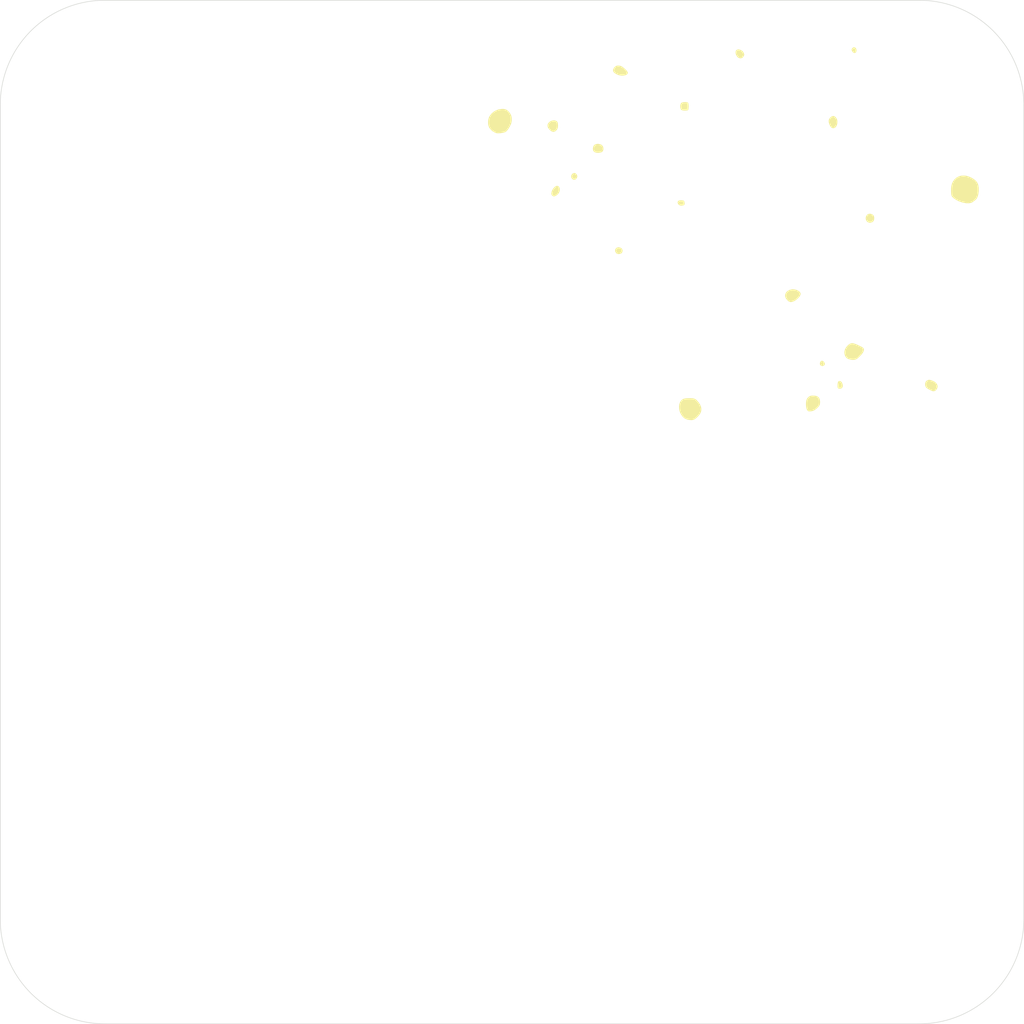
<source format=kicad_pcb>
(kicad_pcb (version 20171130) (host pcbnew 5.1.5+dfsg1-2build2)

  (general
    (thickness 1.6)
    (drawings 9)
    (tracks 0)
    (zones 0)
    (modules 3)
    (nets 1)
  )

  (page A4)
  (layers
    (0 F.Cu signal)
    (31 B.Cu signal)
    (32 B.Adhes user)
    (33 F.Adhes user)
    (34 B.Paste user)
    (35 F.Paste user)
    (36 B.SilkS user)
    (37 F.SilkS user)
    (38 B.Mask user)
    (39 F.Mask user)
    (40 Dwgs.User user)
    (41 Cmts.User user)
    (42 Eco1.User user)
    (43 Eco2.User user)
    (44 Edge.Cuts user)
    (45 Margin user)
    (46 B.CrtYd user)
    (47 F.CrtYd user)
    (48 B.Fab user)
    (49 F.Fab user)
  )

  (setup
    (last_trace_width 0.25)
    (trace_clearance 0.2)
    (zone_clearance 0.508)
    (zone_45_only no)
    (trace_min 0.2)
    (via_size 0.8)
    (via_drill 0.4)
    (via_min_size 0.4)
    (via_min_drill 0.3)
    (uvia_size 0.3)
    (uvia_drill 0.1)
    (uvias_allowed no)
    (uvia_min_size 0.2)
    (uvia_min_drill 0.1)
    (edge_width 0.05)
    (segment_width 0.2)
    (pcb_text_width 0.3)
    (pcb_text_size 1.5 1.5)
    (mod_edge_width 0.12)
    (mod_text_size 1 1)
    (mod_text_width 0.15)
    (pad_size 1.524 1.524)
    (pad_drill 0.762)
    (pad_to_mask_clearance 0.051)
    (solder_mask_min_width 0.25)
    (aux_axis_origin 0 0)
    (visible_elements FFFFFF7F)
    (pcbplotparams
      (layerselection 0x010fc_ffffffff)
      (usegerberextensions false)
      (usegerberattributes false)
      (usegerberadvancedattributes false)
      (creategerberjobfile false)
      (excludeedgelayer true)
      (linewidth 0.100000)
      (plotframeref false)
      (viasonmask false)
      (mode 1)
      (useauxorigin false)
      (hpglpennumber 1)
      (hpglpenspeed 20)
      (hpglpendiameter 15.000000)
      (psnegative false)
      (psa4output false)
      (plotreference true)
      (plotvalue true)
      (plotinvisibletext false)
      (padsonsilk false)
      (subtractmaskfromsilk false)
      (outputformat 1)
      (mirror false)
      (drillshape 1)
      (scaleselection 1)
      (outputdirectory ""))
  )

  (net 0 "")

  (net_class Default "This is the default net class."
    (clearance 0.2)
    (trace_width 0.25)
    (via_dia 0.8)
    (via_drill 0.4)
    (uvia_dia 0.3)
    (uvia_drill 0.1)
  )

  (module otter:stars_mask_kani_aji_ (layer F.Cu) (tedit 0) (tstamp 60A274F5)
    (at 116.6 71.2)
    (path /60A26B95)
    (fp_text reference FID3 (at 0 0) (layer F.SilkS) hide
      (effects (font (size 1.524 1.524) (thickness 0.3)))
    )
    (fp_text value Artwork_stars_mask (at 0.75 0) (layer F.SilkS) hide
      (effects (font (size 1.524 1.524) (thickness 0.3)))
    )
    (fp_poly (pts (xy 11.092872 -16.884909) (xy 11.108701 -16.869565) (xy 11.167701 -16.781489) (xy 11.194177 -16.683364)
      (xy 11.190561 -16.586137) (xy 11.159287 -16.500753) (xy 11.102787 -16.438157) (xy 11.023494 -16.409294)
      (xy 11.006219 -16.408527) (xy 10.955941 -16.424063) (xy 10.895693 -16.461697) (xy 10.890741 -16.465677)
      (xy 10.834179 -16.52861) (xy 10.786891 -16.607725) (xy 10.782311 -16.618284) (xy 10.758962 -16.685626)
      (xy 10.758829 -16.733723) (xy 10.781674 -16.788192) (xy 10.849031 -16.881751) (xy 10.927406 -16.930067)
      (xy 11.010714 -16.931624) (xy 11.092872 -16.884909)) (layer F.Mask) (width 0.01))
    (fp_poly (pts (xy 0.554985 -16.723504) (xy 0.654672 -16.685571) (xy 0.754559 -16.633806) (xy 0.835156 -16.577461)
      (xy 0.856037 -16.557465) (xy 0.907028 -16.486486) (xy 0.952766 -16.397346) (xy 0.983406 -16.311455)
      (xy 0.9906 -16.264836) (xy 0.973492 -16.18972) (xy 0.930255 -16.101661) (xy 0.873019 -16.021136)
      (xy 0.81577 -15.969696) (xy 0.703669 -15.930943) (xy 0.581255 -15.93321) (xy 0.467161 -15.975771)
      (xy 0.454606 -15.983758) (xy 0.3753 -16.058998) (xy 0.301741 -16.167074) (xy 0.244143 -16.290219)
      (xy 0.213901 -16.402401) (xy 0.214707 -16.527912) (xy 0.255141 -16.629692) (xy 0.330147 -16.701236)
      (xy 0.434669 -16.73604) (xy 0.474988 -16.738352) (xy 0.554985 -16.723504)) (layer F.Mask) (width 0.01))
    (fp_poly (pts (xy -10.305813 -15.25169) (xy -10.177309 -15.205567) (xy -10.160118 -15.197202) (xy -10.069468 -15.141794)
      (xy -9.964216 -15.061798) (xy -9.855471 -14.967487) (xy -9.754344 -14.869132) (xy -9.671944 -14.777008)
      (xy -9.619382 -14.701387) (xy -9.615446 -14.693571) (xy -9.590057 -14.630139) (xy -9.590131 -14.583439)
      (xy -9.611848 -14.53277) (xy -9.659796 -14.473997) (xy -9.730141 -14.421861) (xy -9.746132 -14.413521)
      (xy -9.850667 -14.380875) (xy -9.986022 -14.362609) (xy -10.134092 -14.359426) (xy -10.276773 -14.372029)
      (xy -10.360347 -14.389658) (xy -10.494905 -14.436606) (xy -10.628081 -14.499166) (xy -10.745911 -14.569533)
      (xy -10.83443 -14.639904) (xy -10.860871 -14.66935) (xy -10.912933 -14.770353) (xy -10.917391 -14.877392)
      (xy -10.874013 -14.994599) (xy -10.83945 -15.050843) (xy -10.741383 -15.165097) (xy -10.628993 -15.23417)
      (xy -10.492096 -15.263509) (xy -10.438434 -15.2654) (xy -10.305813 -15.25169)) (layer F.Mask) (width 0.01))
    (fp_poly (pts (xy -4.321239 -11.944684) (xy -4.212983 -11.929567) (xy -4.131538 -11.90066) (xy -4.097672 -11.872739)
      (xy -4.080385 -11.822228) (xy -4.068877 -11.735269) (xy -4.063094 -11.625881) (xy -4.062984 -11.50808)
      (xy -4.068496 -11.395883) (xy -4.079576 -11.303307) (xy -4.096173 -11.24437) (xy -4.100038 -11.238005)
      (xy -4.125791 -11.213363) (xy -4.166894 -11.197546) (xy -4.234582 -11.188142) (xy -4.340092 -11.182738)
      (xy -4.360388 -11.182108) (xy -4.518513 -11.183637) (xy -4.62827 -11.198983) (xy -4.662904 -11.210804)
      (xy -4.741077 -11.273151) (xy -4.790644 -11.376919) (xy -4.811748 -11.522451) (xy -4.812581 -11.5697)
      (xy -4.799726 -11.694295) (xy -4.765603 -11.799654) (xy -4.715034 -11.87418) (xy -4.674945 -11.90086)
      (xy -4.565413 -11.930973) (xy -4.443113 -11.945367) (xy -4.321239 -11.944684)) (layer F.Mask) (width 0.01))
    (fp_poly (pts (xy 9.163735 -10.670452) (xy 9.265589 -10.606951) (xy 9.331444 -10.534565) (xy 9.397741 -10.431197)
      (xy 9.436277 -10.323854) (xy 9.452767 -10.193825) (xy 9.454466 -10.131866) (xy 9.440472 -9.973223)
      (xy 9.399204 -9.835096) (xy 9.335826 -9.722012) (xy 9.255503 -9.638497) (xy 9.163398 -9.589078)
      (xy 9.064677 -9.578282) (xy 8.964504 -9.610636) (xy 8.906791 -9.651816) (xy 8.823488 -9.751679)
      (xy 8.751509 -9.890769) (xy 8.696348 -10.057845) (xy 8.685361 -10.104843) (xy 8.672377 -10.256842)
      (xy 8.704941 -10.390899) (xy 8.785259 -10.514028) (xy 8.828044 -10.558723) (xy 8.943949 -10.646387)
      (xy 9.056184 -10.683614) (xy 9.163735 -10.670452)) (layer F.Mask) (width 0.01))
    (fp_poly (pts (xy -16.243534 -10.281725) (xy -16.12338 -10.257794) (xy -16.034648 -10.205659) (xy -15.974306 -10.120753)
      (xy -15.93932 -9.99851) (xy -15.926658 -9.834364) (xy -15.9265 -9.8044) (xy -15.945444 -9.635338)
      (xy -15.998627 -9.489543) (xy -16.081927 -9.37375) (xy -16.19122 -9.294694) (xy -16.252786 -9.27147)
      (xy -16.322917 -9.25351) (xy -16.373646 -9.24934) (xy -16.424191 -9.261665) (xy -16.49377 -9.293191)
      (xy -16.528086 -9.310213) (xy -16.641568 -9.389306) (xy -16.746027 -9.502365) (xy -16.828002 -9.632752)
      (xy -16.865273 -9.727057) (xy -16.875976 -9.853035) (xy -16.837712 -9.978589) (xy -16.752125 -10.098969)
      (xy -16.727654 -10.123763) (xy -16.592918 -10.221421) (xy -16.437245 -10.274105) (xy -16.257656 -10.282788)
      (xy -16.243534 -10.281725)) (layer F.Mask) (width 0.01))
    (fp_poly (pts (xy -20.755495 -11.307023) (xy -20.624437 -11.257575) (xy -20.50357 -11.172916) (xy -20.38083 -11.048214)
      (xy -20.361001 -11.025154) (xy -20.250619 -10.874246) (xy -20.179257 -10.722024) (xy -20.141605 -10.553418)
      (xy -20.132146 -10.3759) (xy -20.139143 -10.221263) (xy -20.161925 -10.083742) (xy -20.204954 -9.948521)
      (xy -20.272696 -9.800783) (xy -20.345682 -9.667117) (xy -20.461538 -9.48165) (xy -20.569899 -9.342959)
      (xy -20.669715 -9.252317) (xy -20.705304 -9.230675) (xy -20.793731 -9.197278) (xy -20.917641 -9.166696)
      (xy -21.061716 -9.141606) (xy -21.210639 -9.124683) (xy -21.346878 -9.1186) (xy -21.460167 -9.122696)
      (xy -21.54881 -9.138928) (xy -21.63858 -9.173218) (xy -21.687813 -9.196918) (xy -21.854566 -9.298562)
      (xy -22.004811 -9.424968) (xy -22.126265 -9.564563) (xy -22.191168 -9.67115) (xy -22.247823 -9.836066)
      (xy -22.274122 -10.026181) (xy -22.270812 -10.226528) (xy -22.238638 -10.42214) (xy -22.178346 -10.598047)
      (xy -22.141512 -10.668) (xy -21.988243 -10.874562) (xy -21.800736 -11.046976) (xy -21.585362 -11.181268)
      (xy -21.348495 -11.273467) (xy -21.096506 -11.319599) (xy -21.096438 -11.319605) (xy -20.908808 -11.32609)
      (xy -20.755495 -11.307023)) (layer F.Mask) (width 0.01))
    (fp_poly (pts (xy -12.252286 -8.146845) (xy -12.087848 -8.115968) (xy -11.960608 -8.052115) (xy -11.881819 -7.973635)
      (xy -11.825713 -7.863135) (xy -11.802475 -7.736902) (xy -11.811915 -7.610587) (xy -11.853845 -7.499838)
      (xy -11.888112 -7.45393) (xy -11.963285 -7.403909) (xy -12.073845 -7.367647) (xy -12.205734 -7.347259)
      (xy -12.34489 -7.344865) (xy -12.477253 -7.362579) (xy -12.4841 -7.36419) (xy -12.608986 -7.411618)
      (xy -12.692651 -7.486106) (xy -12.738491 -7.592117) (xy -12.750243 -7.713989) (xy -12.729961 -7.871136)
      (xy -12.671948 -7.994839) (xy -12.578073 -8.083473) (xy -12.450205 -8.135415) (xy -12.290212 -8.149038)
      (xy -12.252286 -8.146845)) (layer F.Mask) (width 0.01))
    (fp_poly (pts (xy -14.329608 -5.472245) (xy -14.247281 -5.392492) (xy -14.210793 -5.333019) (xy -14.177474 -5.237185)
      (xy -14.184156 -5.142992) (xy -14.213489 -5.066277) (xy -14.282087 -4.96789) (xy -14.371002 -4.909577)
      (xy -14.47165 -4.895238) (xy -14.54735 -4.914667) (xy -14.643363 -4.980581) (xy -14.703687 -5.072767)
      (xy -14.726694 -5.179806) (xy -14.710757 -5.29028) (xy -14.654248 -5.392773) (xy -14.620576 -5.428378)
      (xy -14.522155 -5.491561) (xy -14.423199 -5.505726) (xy -14.329608 -5.472245)) (layer F.Mask) (width 0.01))
    (fp_poly (pts (xy -15.92411 -4.3173) (xy -15.84654 -4.25938) (xy -15.793791 -4.166689) (xy -15.767909 -4.049864)
      (xy -15.770943 -3.919545) (xy -15.804941 -3.78637) (xy -15.816503 -3.758367) (xy -15.882161 -3.650529)
      (xy -15.975223 -3.549102) (xy -16.083451 -3.463599) (xy -16.194604 -3.403535) (xy -16.296442 -3.378423)
      (xy -16.305584 -3.3782) (xy -16.355665 -3.394453) (xy -16.419047 -3.435112) (xy -16.43975 -3.452363)
      (xy -16.489177 -3.502298) (xy -16.513488 -3.550526) (xy -16.520914 -3.618294) (xy -16.520926 -3.661913)
      (xy -16.496127 -3.816412) (xy -16.429955 -3.974688) (xy -16.32892 -4.123549) (xy -16.253731 -4.203366)
      (xy -16.151805 -4.287089) (xy -16.064901 -4.329735) (xy -15.983375 -4.334637) (xy -15.92411 -4.3173)) (layer F.Mask) (width 0.01))
    (fp_poly (pts (xy 21.148702 -5.253237) (xy 21.389475 -5.188591) (xy 21.631388 -5.081147) (xy 21.838877 -4.953139)
      (xy 22.007189 -4.81996) (xy 22.13117 -4.683677) (xy 22.216483 -4.533896) (xy 22.268794 -4.36022)
      (xy 22.293765 -4.152252) (xy 22.295614 -4.1148) (xy 22.294323 -3.859417) (xy 22.269542 -3.626028)
      (xy 22.222728 -3.421171) (xy 22.155334 -3.251382) (xy 22.076932 -3.132376) (xy 22.016707 -3.073478)
      (xy 21.930754 -3.00283) (xy 21.832568 -2.930098) (xy 21.735645 -2.864952) (xy 21.653478 -2.817059)
      (xy 21.611279 -2.798762) (xy 21.41163 -2.762118) (xy 21.180775 -2.765204) (xy 21.1201 -2.771947)
      (xy 20.799927 -2.835497) (xy 20.498236 -2.940111) (xy 20.222419 -3.082779) (xy 20.037325 -3.21267)
      (xy 19.949137 -3.288504) (xy 19.885531 -3.360753) (xy 19.842246 -3.440209) (xy 19.815025 -3.537667)
      (xy 19.799606 -3.66392) (xy 19.791731 -3.829761) (xy 19.791569 -3.8354) (xy 19.794927 -4.108928)
      (xy 19.823203 -4.344202) (xy 19.878509 -4.548367) (xy 19.96296 -4.728565) (xy 20.07867 -4.891937)
      (xy 20.117328 -4.936043) (xy 20.285806 -5.084724) (xy 20.477622 -5.190829) (xy 20.688336 -5.254311)
      (xy 20.91351 -5.275129) (xy 21.148702 -5.253237)) (layer F.Mask) (width 0.01))
    (fp_poly (pts (xy -4.605488 -3.017695) (xy -4.522571 -2.998248) (xy -4.471575 -2.957163) (xy -4.443337 -2.887342)
      (xy -4.429453 -2.790272) (xy -4.425735 -2.69012) (xy -4.441709 -2.627123) (xy -4.484435 -2.589231)
      (xy -4.560974 -2.564393) (xy -4.561935 -2.56417) (xy -4.699289 -2.542871) (xy -4.807301 -2.551916)
      (xy -4.8895 -2.586779) (xy -4.974636 -2.649666) (xy -5.023013 -2.718212) (xy -5.04615 -2.802568)
      (xy -5.048669 -2.87404) (xy -5.021023 -2.929177) (xy -4.995276 -2.957234) (xy -4.957096 -2.990525)
      (xy -4.915581 -3.01014) (xy -4.85635 -3.019619) (xy -4.765023 -3.022496) (xy -4.729492 -3.0226)
      (xy -4.605488 -3.017695)) (layer F.Mask) (width 0.01))
    (fp_poly (pts (xy 12.567007 -1.769797) (xy 12.672363 -1.714525) (xy 12.748999 -1.635508) (xy 12.763089 -1.610178)
      (xy 12.792472 -1.505975) (xy 12.799783 -1.379833) (xy 12.785241 -1.255461) (xy 12.759076 -1.175367)
      (xy 12.692157 -1.089306) (xy 12.593303 -1.028739) (xy 12.476226 -0.996869) (xy 12.35464 -0.996898)
      (xy 12.242257 -1.032028) (xy 12.214806 -1.048257) (xy 12.119189 -1.139989) (xy 12.060264 -1.25539)
      (xy 12.037893 -1.383258) (xy 12.051938 -1.512389) (xy 12.10226 -1.63158) (xy 12.188722 -1.729628)
      (xy 12.223517 -1.754405) (xy 12.328093 -1.79361) (xy 12.44742 -1.79745) (xy 12.567007 -1.769797)) (layer F.Mask) (width 0.01))
    (fp_poly (pts (xy -10.275098 1.270764) (xy -10.252349 1.279622) (xy -10.148031 1.347325) (xy -10.082535 1.441549)
      (xy -10.059439 1.552562) (xy -10.082317 1.67063) (xy -10.09693 1.702631) (xy -10.168263 1.787097)
      (xy -10.276679 1.837865) (xy -10.415279 1.8542) (xy -10.500565 1.849545) (xy -10.559455 1.829301)
      (xy -10.615979 1.784045) (xy -10.630437 1.769843) (xy -10.705356 1.667395) (xy -10.735595 1.562672)
      (xy -10.726446 1.462533) (xy -10.683201 1.373841) (xy -10.611152 1.303457) (xy -10.51559 1.258242)
      (xy -10.401809 1.245057) (xy -10.275098 1.270764)) (layer F.Mask) (width 0.01))
    (fp_poly (pts (xy 5.534646 5.066375) (xy 5.73524 5.116714) (xy 5.922503 5.210576) (xy 6.032897 5.296538)
      (xy 6.097947 5.387314) (xy 6.117305 5.485443) (xy 6.090626 5.593462) (xy 6.017562 5.71391)
      (xy 5.897769 5.849325) (xy 5.825944 5.9182) (xy 5.667768 6.046302) (xy 5.510522 6.140654)
      (xy 5.360502 6.198828) (xy 5.224003 6.218395) (xy 5.107318 6.196928) (xy 5.1054 6.196135)
      (xy 5.032919 6.151146) (xy 4.947594 6.076935) (xy 4.863252 5.987513) (xy 4.793723 5.896892)
      (xy 4.768407 5.8547) (xy 4.720014 5.711789) (xy 4.718145 5.56519) (xy 4.760202 5.424153)
      (xy 4.843585 5.297933) (xy 4.950808 5.205317) (xy 5.137091 5.110648) (xy 5.333483 5.064344)
      (xy 5.534646 5.066375)) (layer F.Mask) (width 0.01))
    (fp_poly (pts (xy 10.897941 9.969913) (xy 11.029132 10.007279) (xy 11.18694 10.065941) (xy 11.363223 10.142939)
      (xy 11.50751 10.213413) (xy 11.643875 10.285073) (xy 11.740462 10.342331) (xy 11.803909 10.391431)
      (xy 11.840851 10.438617) (xy 11.857928 10.490131) (xy 11.8618 10.54667) (xy 11.849848 10.646773)
      (xy 11.811358 10.749669) (xy 11.742376 10.861856) (xy 11.638951 10.989828) (xy 11.506497 11.130621)
      (xy 11.36828 11.263893) (xy 11.249407 11.360103) (xy 11.139632 11.423483) (xy 11.028709 11.458262)
      (xy 10.906391 11.46867) (xy 10.762432 11.458939) (xy 10.723198 11.454034) (xy 10.539984 11.419314)
      (xy 10.398192 11.366854) (xy 10.290098 11.29177) (xy 10.207978 11.189178) (xy 10.162231 11.099358)
      (xy 10.107114 10.911759) (xy 10.102382 10.724078) (xy 10.147649 10.538047) (xy 10.242534 10.355399)
      (xy 10.359895 10.2063) (xy 10.497259 10.079058) (xy 10.634791 9.995585) (xy 10.767831 9.958513)
      (xy 10.801505 9.9568) (xy 10.897941 9.969913)) (layer F.Mask) (width 0.01))
    (fp_poly (pts (xy 8.139923 11.57779) (xy 8.208959 11.630922) (xy 8.269753 11.70254) (xy 8.305663 11.772487)
      (xy 8.318657 11.866773) (xy 8.286482 11.940101) (xy 8.207332 11.996093) (xy 8.190271 12.00365)
      (xy 8.123642 12.029539) (xy 8.078276 12.035517) (xy 8.028685 12.021545) (xy 7.985751 12.00333)
      (xy 7.91764 11.9605) (xy 7.883185 11.898621) (xy 7.874 11.807661) (xy 7.892516 11.696929)
      (xy 7.943691 11.613502) (xy 8.020965 11.565467) (xy 8.077328 11.557) (xy 8.139923 11.57779)) (layer F.Mask) (width 0.01))
    (fp_poly (pts (xy 9.74565 13.410288) (xy 9.828869 13.481899) (xy 9.877505 13.558928) (xy 9.930503 13.697536)
      (xy 9.947873 13.825311) (xy 9.930549 13.934734) (xy 9.879465 14.018286) (xy 9.815134 14.061358)
      (xy 9.695861 14.092835) (xy 9.589254 14.079426) (xy 9.556197 14.065753) (xy 9.514505 14.034908)
      (xy 9.488521 13.984864) (xy 9.476274 13.906771) (xy 9.475788 13.791777) (xy 9.479181 13.7204)
      (xy 9.496914 13.569763) (xy 9.530702 13.465352) (xy 9.581741 13.404819) (xy 9.649269 13.3858)
      (xy 9.74565 13.410288)) (layer F.Mask) (width 0.01))
    (fp_poly (pts (xy 17.843967 13.295054) (xy 17.930482 13.313915) (xy 17.951766 13.319112) (xy 18.137669 13.381148)
      (xy 18.294494 13.466171) (xy 18.41865 13.569444) (xy 18.50654 13.686233) (xy 18.554572 13.811801)
      (xy 18.559151 13.941414) (xy 18.518811 14.066261) (xy 18.433383 14.198627) (xy 18.337626 14.282114)
      (xy 18.229121 14.318023) (xy 18.105448 14.307655) (xy 18.082052 14.301177) (xy 17.994791 14.267376)
      (xy 17.887189 14.215141) (xy 17.772899 14.152338) (xy 17.665577 14.086834) (xy 17.578876 14.026493)
      (xy 17.529587 13.982904) (xy 17.464972 13.8733) (xy 17.435521 13.739498) (xy 17.444347 13.596715)
      (xy 17.447561 13.582076) (xy 17.489175 13.463789) (xy 17.554497 13.382357) (xy 17.653593 13.3257)
      (xy 17.664961 13.321231) (xy 17.730322 13.298571) (xy 17.783619 13.289892) (xy 17.843967 13.295054)) (layer F.Mask) (width 0.01))
    (fp_poly (pts (xy 7.445517 14.733757) (xy 7.587285 14.768183) (xy 7.697371 14.829336) (xy 7.783441 14.920962)
      (xy 7.830173 14.9987) (xy 7.864558 15.102663) (xy 7.881658 15.235011) (xy 7.881155 15.376244)
      (xy 7.862728 15.506863) (xy 7.839694 15.579913) (xy 7.788095 15.664638) (xy 7.704055 15.763867)
      (xy 7.599114 15.866685) (xy 7.484812 15.962175) (xy 7.372691 16.039422) (xy 7.327066 16.064796)
      (xy 7.204963 16.112523) (xy 7.071624 16.14208) (xy 6.943834 16.151347) (xy 6.838377 16.138205)
      (xy 6.81371 16.12962) (xy 6.74502 16.074471) (xy 6.68797 15.976823) (xy 6.644564 15.844057)
      (xy 6.616804 15.683552) (xy 6.606693 15.502688) (xy 6.610357 15.380486) (xy 6.635912 15.186592)
      (xy 6.687959 15.031419) (xy 6.770216 14.908279) (xy 6.886399 14.810485) (xy 6.9469 14.774993)
      (xy 7.013034 14.746168) (xy 7.087086 14.729701) (xy 7.18537 14.722886) (xy 7.2644 14.722313)
      (xy 7.445517 14.733757)) (layer F.Mask) (width 0.01))
    (fp_poly (pts (xy -3.796965 14.963106) (xy -3.663624 14.972727) (xy -3.559923 14.992617) (xy -3.475357 15.025929)
      (xy -3.399423 15.075815) (xy -3.321619 15.14543) (xy -3.307173 15.159731) (xy -3.133959 15.357556)
      (xy -3.008333 15.556134) (xy -2.93081 15.753631) (xy -2.901904 15.948214) (xy -2.922129 16.138051)
      (xy -2.985195 16.30817) (xy -3.055119 16.419289) (xy -3.154934 16.543706) (xy -3.271542 16.667655)
      (xy -3.391845 16.777366) (xy -3.502745 16.859071) (xy -3.5179 16.868142) (xy -3.593923 16.907689)
      (xy -3.66261 16.929687) (xy -3.744546 16.938786) (xy -3.8354 16.93989) (xy -3.953663 16.933799)
      (xy -4.074401 16.919319) (xy -4.163534 16.901452) (xy -4.323167 16.843356) (xy -4.461631 16.75727)
      (xy -4.589052 16.635486) (xy -4.699728 16.493178) (xy -4.80452 16.310738) (xy -4.876804 16.114493)
      (xy -4.916829 15.912304) (xy -4.924846 15.712033) (xy -4.901102 15.521542) (xy -4.845846 15.348693)
      (xy -4.759327 15.201348) (xy -4.655553 15.097513) (xy -4.574023 15.045363) (xy -4.480419 15.007403)
      (xy -4.365872 14.981862) (xy -4.221516 14.966965) (xy -4.038481 14.960942) (xy -3.970447 14.9606)
      (xy -3.796965 14.963106)) (layer F.Mask) (width 0.01))
  )

  (module otter:stars_kani_aji_ (layer F.Cu) (tedit 0) (tstamp 60A26AAC)
    (at 116.6 71.2)
    (path /60A26521)
    (fp_text reference FID2 (at 0 0) (layer F.SilkS) hide
      (effects (font (size 1.524 1.524) (thickness 0.3)))
    )
    (fp_text value Artwork_stars (at 0.75 0) (layer F.SilkS) hide
      (effects (font (size 1.524 1.524) (thickness 0.3)))
    )
    (fp_poly (pts (xy 11.092872 -16.884909) (xy 11.108701 -16.869565) (xy 11.167701 -16.781489) (xy 11.194177 -16.683364)
      (xy 11.190561 -16.586137) (xy 11.159287 -16.500753) (xy 11.102787 -16.438157) (xy 11.023494 -16.409294)
      (xy 11.006219 -16.408527) (xy 10.955941 -16.424063) (xy 10.895693 -16.461697) (xy 10.890741 -16.465677)
      (xy 10.834179 -16.52861) (xy 10.786891 -16.607725) (xy 10.782311 -16.618284) (xy 10.758962 -16.685626)
      (xy 10.758829 -16.733723) (xy 10.781674 -16.788192) (xy 10.849031 -16.881751) (xy 10.927406 -16.930067)
      (xy 11.010714 -16.931624) (xy 11.092872 -16.884909)) (layer F.SilkS) (width 0.01))
    (fp_poly (pts (xy 0.554985 -16.723504) (xy 0.654672 -16.685571) (xy 0.754559 -16.633806) (xy 0.835156 -16.577461)
      (xy 0.856037 -16.557465) (xy 0.907028 -16.486486) (xy 0.952766 -16.397346) (xy 0.983406 -16.311455)
      (xy 0.9906 -16.264836) (xy 0.973492 -16.18972) (xy 0.930255 -16.101661) (xy 0.873019 -16.021136)
      (xy 0.81577 -15.969696) (xy 0.703669 -15.930943) (xy 0.581255 -15.93321) (xy 0.467161 -15.975771)
      (xy 0.454606 -15.983758) (xy 0.3753 -16.058998) (xy 0.301741 -16.167074) (xy 0.244143 -16.290219)
      (xy 0.213901 -16.402401) (xy 0.214707 -16.527912) (xy 0.255141 -16.629692) (xy 0.330147 -16.701236)
      (xy 0.434669 -16.73604) (xy 0.474988 -16.738352) (xy 0.554985 -16.723504)) (layer F.SilkS) (width 0.01))
    (fp_poly (pts (xy -10.305813 -15.25169) (xy -10.177309 -15.205567) (xy -10.160118 -15.197202) (xy -10.069468 -15.141794)
      (xy -9.964216 -15.061798) (xy -9.855471 -14.967487) (xy -9.754344 -14.869132) (xy -9.671944 -14.777008)
      (xy -9.619382 -14.701387) (xy -9.615446 -14.693571) (xy -9.590057 -14.630139) (xy -9.590131 -14.583439)
      (xy -9.611848 -14.53277) (xy -9.659796 -14.473997) (xy -9.730141 -14.421861) (xy -9.746132 -14.413521)
      (xy -9.850667 -14.380875) (xy -9.986022 -14.362609) (xy -10.134092 -14.359426) (xy -10.276773 -14.372029)
      (xy -10.360347 -14.389658) (xy -10.494905 -14.436606) (xy -10.628081 -14.499166) (xy -10.745911 -14.569533)
      (xy -10.83443 -14.639904) (xy -10.860871 -14.66935) (xy -10.912933 -14.770353) (xy -10.917391 -14.877392)
      (xy -10.874013 -14.994599) (xy -10.83945 -15.050843) (xy -10.741383 -15.165097) (xy -10.628993 -15.23417)
      (xy -10.492096 -15.263509) (xy -10.438434 -15.2654) (xy -10.305813 -15.25169)) (layer F.SilkS) (width 0.01))
    (fp_poly (pts (xy -4.321239 -11.944684) (xy -4.212983 -11.929567) (xy -4.131538 -11.90066) (xy -4.097672 -11.872739)
      (xy -4.080385 -11.822228) (xy -4.068877 -11.735269) (xy -4.063094 -11.625881) (xy -4.062984 -11.50808)
      (xy -4.068496 -11.395883) (xy -4.079576 -11.303307) (xy -4.096173 -11.24437) (xy -4.100038 -11.238005)
      (xy -4.125791 -11.213363) (xy -4.166894 -11.197546) (xy -4.234582 -11.188142) (xy -4.340092 -11.182738)
      (xy -4.360388 -11.182108) (xy -4.518513 -11.183637) (xy -4.62827 -11.198983) (xy -4.662904 -11.210804)
      (xy -4.741077 -11.273151) (xy -4.790644 -11.376919) (xy -4.811748 -11.522451) (xy -4.812581 -11.5697)
      (xy -4.799726 -11.694295) (xy -4.765603 -11.799654) (xy -4.715034 -11.87418) (xy -4.674945 -11.90086)
      (xy -4.565413 -11.930973) (xy -4.443113 -11.945367) (xy -4.321239 -11.944684)) (layer F.SilkS) (width 0.01))
    (fp_poly (pts (xy 9.163735 -10.670452) (xy 9.265589 -10.606951) (xy 9.331444 -10.534565) (xy 9.397741 -10.431197)
      (xy 9.436277 -10.323854) (xy 9.452767 -10.193825) (xy 9.454466 -10.131866) (xy 9.440472 -9.973223)
      (xy 9.399204 -9.835096) (xy 9.335826 -9.722012) (xy 9.255503 -9.638497) (xy 9.163398 -9.589078)
      (xy 9.064677 -9.578282) (xy 8.964504 -9.610636) (xy 8.906791 -9.651816) (xy 8.823488 -9.751679)
      (xy 8.751509 -9.890769) (xy 8.696348 -10.057845) (xy 8.685361 -10.104843) (xy 8.672377 -10.256842)
      (xy 8.704941 -10.390899) (xy 8.785259 -10.514028) (xy 8.828044 -10.558723) (xy 8.943949 -10.646387)
      (xy 9.056184 -10.683614) (xy 9.163735 -10.670452)) (layer F.SilkS) (width 0.01))
    (fp_poly (pts (xy -16.243534 -10.281725) (xy -16.12338 -10.257794) (xy -16.034648 -10.205659) (xy -15.974306 -10.120753)
      (xy -15.93932 -9.99851) (xy -15.926658 -9.834364) (xy -15.9265 -9.8044) (xy -15.945444 -9.635338)
      (xy -15.998627 -9.489543) (xy -16.081927 -9.37375) (xy -16.19122 -9.294694) (xy -16.252786 -9.27147)
      (xy -16.322917 -9.25351) (xy -16.373646 -9.24934) (xy -16.424191 -9.261665) (xy -16.49377 -9.293191)
      (xy -16.528086 -9.310213) (xy -16.641568 -9.389306) (xy -16.746027 -9.502365) (xy -16.828002 -9.632752)
      (xy -16.865273 -9.727057) (xy -16.875976 -9.853035) (xy -16.837712 -9.978589) (xy -16.752125 -10.098969)
      (xy -16.727654 -10.123763) (xy -16.592918 -10.221421) (xy -16.437245 -10.274105) (xy -16.257656 -10.282788)
      (xy -16.243534 -10.281725)) (layer F.SilkS) (width 0.01))
    (fp_poly (pts (xy -20.755495 -11.307023) (xy -20.624437 -11.257575) (xy -20.50357 -11.172916) (xy -20.38083 -11.048214)
      (xy -20.361001 -11.025154) (xy -20.250619 -10.874246) (xy -20.179257 -10.722024) (xy -20.141605 -10.553418)
      (xy -20.132146 -10.3759) (xy -20.139143 -10.221263) (xy -20.161925 -10.083742) (xy -20.204954 -9.948521)
      (xy -20.272696 -9.800783) (xy -20.345682 -9.667117) (xy -20.461538 -9.48165) (xy -20.569899 -9.342959)
      (xy -20.669715 -9.252317) (xy -20.705304 -9.230675) (xy -20.793731 -9.197278) (xy -20.917641 -9.166696)
      (xy -21.061716 -9.141606) (xy -21.210639 -9.124683) (xy -21.346878 -9.1186) (xy -21.460167 -9.122696)
      (xy -21.54881 -9.138928) (xy -21.63858 -9.173218) (xy -21.687813 -9.196918) (xy -21.854566 -9.298562)
      (xy -22.004811 -9.424968) (xy -22.126265 -9.564563) (xy -22.191168 -9.67115) (xy -22.247823 -9.836066)
      (xy -22.274122 -10.026181) (xy -22.270812 -10.226528) (xy -22.238638 -10.42214) (xy -22.178346 -10.598047)
      (xy -22.141512 -10.668) (xy -21.988243 -10.874562) (xy -21.800736 -11.046976) (xy -21.585362 -11.181268)
      (xy -21.348495 -11.273467) (xy -21.096506 -11.319599) (xy -21.096438 -11.319605) (xy -20.908808 -11.32609)
      (xy -20.755495 -11.307023)) (layer F.SilkS) (width 0.01))
    (fp_poly (pts (xy -12.252286 -8.146845) (xy -12.087848 -8.115968) (xy -11.960608 -8.052115) (xy -11.881819 -7.973635)
      (xy -11.825713 -7.863135) (xy -11.802475 -7.736902) (xy -11.811915 -7.610587) (xy -11.853845 -7.499838)
      (xy -11.888112 -7.45393) (xy -11.963285 -7.403909) (xy -12.073845 -7.367647) (xy -12.205734 -7.347259)
      (xy -12.34489 -7.344865) (xy -12.477253 -7.362579) (xy -12.4841 -7.36419) (xy -12.608986 -7.411618)
      (xy -12.692651 -7.486106) (xy -12.738491 -7.592117) (xy -12.750243 -7.713989) (xy -12.729961 -7.871136)
      (xy -12.671948 -7.994839) (xy -12.578073 -8.083473) (xy -12.450205 -8.135415) (xy -12.290212 -8.149038)
      (xy -12.252286 -8.146845)) (layer F.SilkS) (width 0.01))
    (fp_poly (pts (xy -14.329608 -5.472245) (xy -14.247281 -5.392492) (xy -14.210793 -5.333019) (xy -14.177474 -5.237185)
      (xy -14.184156 -5.142992) (xy -14.213489 -5.066277) (xy -14.282087 -4.96789) (xy -14.371002 -4.909577)
      (xy -14.47165 -4.895238) (xy -14.54735 -4.914667) (xy -14.643363 -4.980581) (xy -14.703687 -5.072767)
      (xy -14.726694 -5.179806) (xy -14.710757 -5.29028) (xy -14.654248 -5.392773) (xy -14.620576 -5.428378)
      (xy -14.522155 -5.491561) (xy -14.423199 -5.505726) (xy -14.329608 -5.472245)) (layer F.SilkS) (width 0.01))
    (fp_poly (pts (xy -15.92411 -4.3173) (xy -15.84654 -4.25938) (xy -15.793791 -4.166689) (xy -15.767909 -4.049864)
      (xy -15.770943 -3.919545) (xy -15.804941 -3.78637) (xy -15.816503 -3.758367) (xy -15.882161 -3.650529)
      (xy -15.975223 -3.549102) (xy -16.083451 -3.463599) (xy -16.194604 -3.403535) (xy -16.296442 -3.378423)
      (xy -16.305584 -3.3782) (xy -16.355665 -3.394453) (xy -16.419047 -3.435112) (xy -16.43975 -3.452363)
      (xy -16.489177 -3.502298) (xy -16.513488 -3.550526) (xy -16.520914 -3.618294) (xy -16.520926 -3.661913)
      (xy -16.496127 -3.816412) (xy -16.429955 -3.974688) (xy -16.32892 -4.123549) (xy -16.253731 -4.203366)
      (xy -16.151805 -4.287089) (xy -16.064901 -4.329735) (xy -15.983375 -4.334637) (xy -15.92411 -4.3173)) (layer F.SilkS) (width 0.01))
    (fp_poly (pts (xy 21.148702 -5.253237) (xy 21.389475 -5.188591) (xy 21.631388 -5.081147) (xy 21.838877 -4.953139)
      (xy 22.007189 -4.81996) (xy 22.13117 -4.683677) (xy 22.216483 -4.533896) (xy 22.268794 -4.36022)
      (xy 22.293765 -4.152252) (xy 22.295614 -4.1148) (xy 22.294323 -3.859417) (xy 22.269542 -3.626028)
      (xy 22.222728 -3.421171) (xy 22.155334 -3.251382) (xy 22.076932 -3.132376) (xy 22.016707 -3.073478)
      (xy 21.930754 -3.00283) (xy 21.832568 -2.930098) (xy 21.735645 -2.864952) (xy 21.653478 -2.817059)
      (xy 21.611279 -2.798762) (xy 21.41163 -2.762118) (xy 21.180775 -2.765204) (xy 21.1201 -2.771947)
      (xy 20.799927 -2.835497) (xy 20.498236 -2.940111) (xy 20.222419 -3.082779) (xy 20.037325 -3.21267)
      (xy 19.949137 -3.288504) (xy 19.885531 -3.360753) (xy 19.842246 -3.440209) (xy 19.815025 -3.537667)
      (xy 19.799606 -3.66392) (xy 19.791731 -3.829761) (xy 19.791569 -3.8354) (xy 19.794927 -4.108928)
      (xy 19.823203 -4.344202) (xy 19.878509 -4.548367) (xy 19.96296 -4.728565) (xy 20.07867 -4.891937)
      (xy 20.117328 -4.936043) (xy 20.285806 -5.084724) (xy 20.477622 -5.190829) (xy 20.688336 -5.254311)
      (xy 20.91351 -5.275129) (xy 21.148702 -5.253237)) (layer F.SilkS) (width 0.01))
    (fp_poly (pts (xy -4.605488 -3.017695) (xy -4.522571 -2.998248) (xy -4.471575 -2.957163) (xy -4.443337 -2.887342)
      (xy -4.429453 -2.790272) (xy -4.425735 -2.69012) (xy -4.441709 -2.627123) (xy -4.484435 -2.589231)
      (xy -4.560974 -2.564393) (xy -4.561935 -2.56417) (xy -4.699289 -2.542871) (xy -4.807301 -2.551916)
      (xy -4.8895 -2.586779) (xy -4.974636 -2.649666) (xy -5.023013 -2.718212) (xy -5.04615 -2.802568)
      (xy -5.048669 -2.87404) (xy -5.021023 -2.929177) (xy -4.995276 -2.957234) (xy -4.957096 -2.990525)
      (xy -4.915581 -3.01014) (xy -4.85635 -3.019619) (xy -4.765023 -3.022496) (xy -4.729492 -3.0226)
      (xy -4.605488 -3.017695)) (layer F.SilkS) (width 0.01))
    (fp_poly (pts (xy 12.567007 -1.769797) (xy 12.672363 -1.714525) (xy 12.748999 -1.635508) (xy 12.763089 -1.610178)
      (xy 12.792472 -1.505975) (xy 12.799783 -1.379833) (xy 12.785241 -1.255461) (xy 12.759076 -1.175367)
      (xy 12.692157 -1.089306) (xy 12.593303 -1.028739) (xy 12.476226 -0.996869) (xy 12.35464 -0.996898)
      (xy 12.242257 -1.032028) (xy 12.214806 -1.048257) (xy 12.119189 -1.139989) (xy 12.060264 -1.25539)
      (xy 12.037893 -1.383258) (xy 12.051938 -1.512389) (xy 12.10226 -1.63158) (xy 12.188722 -1.729628)
      (xy 12.223517 -1.754405) (xy 12.328093 -1.79361) (xy 12.44742 -1.79745) (xy 12.567007 -1.769797)) (layer F.SilkS) (width 0.01))
    (fp_poly (pts (xy -10.275098 1.270764) (xy -10.252349 1.279622) (xy -10.148031 1.347325) (xy -10.082535 1.441549)
      (xy -10.059439 1.552562) (xy -10.082317 1.67063) (xy -10.09693 1.702631) (xy -10.168263 1.787097)
      (xy -10.276679 1.837865) (xy -10.415279 1.8542) (xy -10.500565 1.849545) (xy -10.559455 1.829301)
      (xy -10.615979 1.784045) (xy -10.630437 1.769843) (xy -10.705356 1.667395) (xy -10.735595 1.562672)
      (xy -10.726446 1.462533) (xy -10.683201 1.373841) (xy -10.611152 1.303457) (xy -10.51559 1.258242)
      (xy -10.401809 1.245057) (xy -10.275098 1.270764)) (layer F.SilkS) (width 0.01))
    (fp_poly (pts (xy 5.534646 5.066375) (xy 5.73524 5.116714) (xy 5.922503 5.210576) (xy 6.032897 5.296538)
      (xy 6.097947 5.387314) (xy 6.117305 5.485443) (xy 6.090626 5.593462) (xy 6.017562 5.71391)
      (xy 5.897769 5.849325) (xy 5.825944 5.9182) (xy 5.667768 6.046302) (xy 5.510522 6.140654)
      (xy 5.360502 6.198828) (xy 5.224003 6.218395) (xy 5.107318 6.196928) (xy 5.1054 6.196135)
      (xy 5.032919 6.151146) (xy 4.947594 6.076935) (xy 4.863252 5.987513) (xy 4.793723 5.896892)
      (xy 4.768407 5.8547) (xy 4.720014 5.711789) (xy 4.718145 5.56519) (xy 4.760202 5.424153)
      (xy 4.843585 5.297933) (xy 4.950808 5.205317) (xy 5.137091 5.110648) (xy 5.333483 5.064344)
      (xy 5.534646 5.066375)) (layer F.SilkS) (width 0.01))
    (fp_poly (pts (xy 10.897941 9.969913) (xy 11.029132 10.007279) (xy 11.18694 10.065941) (xy 11.363223 10.142939)
      (xy 11.50751 10.213413) (xy 11.643875 10.285073) (xy 11.740462 10.342331) (xy 11.803909 10.391431)
      (xy 11.840851 10.438617) (xy 11.857928 10.490131) (xy 11.8618 10.54667) (xy 11.849848 10.646773)
      (xy 11.811358 10.749669) (xy 11.742376 10.861856) (xy 11.638951 10.989828) (xy 11.506497 11.130621)
      (xy 11.36828 11.263893) (xy 11.249407 11.360103) (xy 11.139632 11.423483) (xy 11.028709 11.458262)
      (xy 10.906391 11.46867) (xy 10.762432 11.458939) (xy 10.723198 11.454034) (xy 10.539984 11.419314)
      (xy 10.398192 11.366854) (xy 10.290098 11.29177) (xy 10.207978 11.189178) (xy 10.162231 11.099358)
      (xy 10.107114 10.911759) (xy 10.102382 10.724078) (xy 10.147649 10.538047) (xy 10.242534 10.355399)
      (xy 10.359895 10.2063) (xy 10.497259 10.079058) (xy 10.634791 9.995585) (xy 10.767831 9.958513)
      (xy 10.801505 9.9568) (xy 10.897941 9.969913)) (layer F.SilkS) (width 0.01))
    (fp_poly (pts (xy 8.139923 11.57779) (xy 8.208959 11.630922) (xy 8.269753 11.70254) (xy 8.305663 11.772487)
      (xy 8.318657 11.866773) (xy 8.286482 11.940101) (xy 8.207332 11.996093) (xy 8.190271 12.00365)
      (xy 8.123642 12.029539) (xy 8.078276 12.035517) (xy 8.028685 12.021545) (xy 7.985751 12.00333)
      (xy 7.91764 11.9605) (xy 7.883185 11.898621) (xy 7.874 11.807661) (xy 7.892516 11.696929)
      (xy 7.943691 11.613502) (xy 8.020965 11.565467) (xy 8.077328 11.557) (xy 8.139923 11.57779)) (layer F.SilkS) (width 0.01))
    (fp_poly (pts (xy 9.74565 13.410288) (xy 9.828869 13.481899) (xy 9.877505 13.558928) (xy 9.930503 13.697536)
      (xy 9.947873 13.825311) (xy 9.930549 13.934734) (xy 9.879465 14.018286) (xy 9.815134 14.061358)
      (xy 9.695861 14.092835) (xy 9.589254 14.079426) (xy 9.556197 14.065753) (xy 9.514505 14.034908)
      (xy 9.488521 13.984864) (xy 9.476274 13.906771) (xy 9.475788 13.791777) (xy 9.479181 13.7204)
      (xy 9.496914 13.569763) (xy 9.530702 13.465352) (xy 9.581741 13.404819) (xy 9.649269 13.3858)
      (xy 9.74565 13.410288)) (layer F.SilkS) (width 0.01))
    (fp_poly (pts (xy 17.843967 13.295054) (xy 17.930482 13.313915) (xy 17.951766 13.319112) (xy 18.137669 13.381148)
      (xy 18.294494 13.466171) (xy 18.41865 13.569444) (xy 18.50654 13.686233) (xy 18.554572 13.811801)
      (xy 18.559151 13.941414) (xy 18.518811 14.066261) (xy 18.433383 14.198627) (xy 18.337626 14.282114)
      (xy 18.229121 14.318023) (xy 18.105448 14.307655) (xy 18.082052 14.301177) (xy 17.994791 14.267376)
      (xy 17.887189 14.215141) (xy 17.772899 14.152338) (xy 17.665577 14.086834) (xy 17.578876 14.026493)
      (xy 17.529587 13.982904) (xy 17.464972 13.8733) (xy 17.435521 13.739498) (xy 17.444347 13.596715)
      (xy 17.447561 13.582076) (xy 17.489175 13.463789) (xy 17.554497 13.382357) (xy 17.653593 13.3257)
      (xy 17.664961 13.321231) (xy 17.730322 13.298571) (xy 17.783619 13.289892) (xy 17.843967 13.295054)) (layer F.SilkS) (width 0.01))
    (fp_poly (pts (xy 7.445517 14.733757) (xy 7.587285 14.768183) (xy 7.697371 14.829336) (xy 7.783441 14.920962)
      (xy 7.830173 14.9987) (xy 7.864558 15.102663) (xy 7.881658 15.235011) (xy 7.881155 15.376244)
      (xy 7.862728 15.506863) (xy 7.839694 15.579913) (xy 7.788095 15.664638) (xy 7.704055 15.763867)
      (xy 7.599114 15.866685) (xy 7.484812 15.962175) (xy 7.372691 16.039422) (xy 7.327066 16.064796)
      (xy 7.204963 16.112523) (xy 7.071624 16.14208) (xy 6.943834 16.151347) (xy 6.838377 16.138205)
      (xy 6.81371 16.12962) (xy 6.74502 16.074471) (xy 6.68797 15.976823) (xy 6.644564 15.844057)
      (xy 6.616804 15.683552) (xy 6.606693 15.502688) (xy 6.610357 15.380486) (xy 6.635912 15.186592)
      (xy 6.687959 15.031419) (xy 6.770216 14.908279) (xy 6.886399 14.810485) (xy 6.9469 14.774993)
      (xy 7.013034 14.746168) (xy 7.087086 14.729701) (xy 7.18537 14.722886) (xy 7.2644 14.722313)
      (xy 7.445517 14.733757)) (layer F.SilkS) (width 0.01))
    (fp_poly (pts (xy -3.796965 14.963106) (xy -3.663624 14.972727) (xy -3.559923 14.992617) (xy -3.475357 15.025929)
      (xy -3.399423 15.075815) (xy -3.321619 15.14543) (xy -3.307173 15.159731) (xy -3.133959 15.357556)
      (xy -3.008333 15.556134) (xy -2.93081 15.753631) (xy -2.901904 15.948214) (xy -2.922129 16.138051)
      (xy -2.985195 16.30817) (xy -3.055119 16.419289) (xy -3.154934 16.543706) (xy -3.271542 16.667655)
      (xy -3.391845 16.777366) (xy -3.502745 16.859071) (xy -3.5179 16.868142) (xy -3.593923 16.907689)
      (xy -3.66261 16.929687) (xy -3.744546 16.938786) (xy -3.8354 16.93989) (xy -3.953663 16.933799)
      (xy -4.074401 16.919319) (xy -4.163534 16.901452) (xy -4.323167 16.843356) (xy -4.461631 16.75727)
      (xy -4.589052 16.635486) (xy -4.699728 16.493178) (xy -4.80452 16.310738) (xy -4.876804 16.114493)
      (xy -4.916829 15.912304) (xy -4.924846 15.712033) (xy -4.901102 15.521542) (xy -4.845846 15.348693)
      (xy -4.759327 15.201348) (xy -4.655553 15.097513) (xy -4.574023 15.045363) (xy -4.480419 15.007403)
      (xy -4.365872 14.981862) (xy -4.221516 14.966965) (xy -4.038481 14.960942) (xy -3.970447 14.9606)
      (xy -3.796965 14.963106)) (layer F.SilkS) (width 0.01))
  )

  (module otter:shark_girl_kani_aji_ (layer F.Cu) (tedit 0) (tstamp 60A26040)
    (at 76 100.8)
    (path /60A261CC)
    (fp_text reference FID1 (at 0 0) (layer F.SilkS) hide
      (effects (font (size 1.524 1.524) (thickness 0.3)))
    )
    (fp_text value Artwork_girl (at 0.75 0) (layer F.SilkS) hide
      (effects (font (size 1.524 1.524) (thickness 0.3)))
    )
    (fp_poly (pts (xy -20.574984 31.531057) (xy -20.561905 31.602379) (xy -20.752867 31.887843) (xy -21.184126 32.199735)
      (xy -21.643239 32.393896) (xy -21.748445 32.407544) (xy -21.92303 32.330101) (xy -21.740988 32.034215)
      (xy -21.650476 31.931428) (xy -21.22353 31.590073) (xy -20.811644 31.440478) (xy -20.574984 31.531057)) (layer F.Mask) (width 0.01))
    (fp_poly (pts (xy -19.588018 31.597987) (xy -18.944752 32.101939) (xy -18.730753 32.294285) (xy -18.270852 32.762145)
      (xy -18.066163 33.069631) (xy -18.109862 33.140952) (xy -18.298396 33.280329) (xy -18.26381 33.382857)
      (xy -18.274868 33.606124) (xy -18.356209 33.624762) (xy -18.698185 33.448231) (xy -18.747619 33.382857)
      (xy -18.704732 33.161622) (xy -18.580467 33.133259) (xy -18.475249 33.022527) (xy -18.722781 32.778151)
      (xy -19.154607 32.556094) (xy -19.388019 32.558216) (xy -19.756951 32.569439) (xy -19.862017 32.520229)
      (xy -19.972427 32.301846) (xy -19.801541 32.146799) (xy -19.615876 31.972765) (xy -19.775715 31.935133)
      (xy -20.056858 31.778611) (xy -20.078095 31.689524) (xy -19.958984 31.463574) (xy -19.588018 31.597987)) (layer F.Mask) (width 0.01))
    (fp_poly (pts (xy -19.352381 33.503809) (xy -19.473334 33.624762) (xy -19.594286 33.503809) (xy -19.473334 33.382857)
      (xy -19.352381 33.503809)) (layer F.Mask) (width 0.01))
    (fp_poly (pts (xy -22.252833 32.364306) (xy -22.168873 32.533288) (xy -22.155013 32.813065) (xy -22.24687 32.835669)
      (xy -22.54095 32.961608) (xy -22.809127 33.24235) (xy -23.094072 33.532268) (xy -23.253137 33.410291)
      (xy -23.265817 33.374929) (xy -23.204437 32.977583) (xy -22.927313 32.512075) (xy -22.583359 32.20304)
      (xy -22.469263 32.173333) (xy -22.252833 32.364306)) (layer F.Mask) (width 0.01))
    (fp_poly (pts (xy -21.427671 32.737293) (xy -20.917498 32.881884) (xy -20.723549 32.906741) (xy -20.668447 33.028407)
      (xy -20.910521 33.269598) (xy -21.202519 33.520369) (xy -21.109389 33.621707) (xy -20.668616 33.653383)
      (xy -19.957143 33.682003) (xy -20.682857 33.866666) (xy -21.462908 34.001354) (xy -22.255238 34.058133)
      (xy -23.101905 34.064937) (xy -22.338618 33.843868) (xy -21.818841 33.62935) (xy -21.674125 33.331492)
      (xy -21.712264 33.099168) (xy -21.749452 32.72698) (xy -21.513885 32.706617) (xy -21.427671 32.737293)) (layer F.Mask) (width 0.01))
    (fp_poly (pts (xy -18.277752 34.373036) (xy -18.54239 34.538912) (xy -18.907139 34.598972) (xy -19.109207 34.513262)
      (xy -19.110476 34.499642) (xy -18.911007 34.372586) (xy -18.626333 34.280297) (xy -18.298943 34.264366)
      (xy -18.277752 34.373036)) (layer F.Mask) (width 0.01))
    (fp_poly (pts (xy -20.622381 34.667534) (xy -20.547094 34.73765) (xy -20.881586 34.775823) (xy -21.045715 34.778163)
      (xy -21.485816 34.752942) (xy -21.537683 34.69015) (xy -21.469048 34.667534) (xy -20.855522 34.629913)
      (xy -20.622381 34.667534)) (layer F.Mask) (width 0.01))
    (fp_poly (pts (xy -22.577778 34.673016) (xy -22.610984 34.816828) (xy -22.739048 34.834285) (xy -22.938163 34.745776)
      (xy -22.900318 34.673016) (xy -22.613233 34.644064) (xy -22.577778 34.673016)) (layer F.Mask) (width 0.01))
    (fp_poly (pts (xy -14.751994 -21.356614) (xy -14.332047 -21.127859) (xy -14.33989 -20.829059) (xy -14.502149 -20.690359)
      (xy -14.778457 -20.757708) (xy -14.981762 -21.015195) (xy -15.109738 -21.353091) (xy -14.894923 -21.390429)
      (xy -14.751994 -21.356614)) (layer F.Mask) (width 0.01))
    (fp_poly (pts (xy -16.988664 -25.359754) (xy -17.081021 -25.156569) (xy -17.236195 -24.976667) (xy -17.651957 -24.238131)
      (xy -17.963933 -23.14398) (xy -18.164849 -21.812682) (xy -18.247429 -20.362707) (xy -18.204399 -18.912526)
      (xy -18.028483 -17.580608) (xy -17.751581 -16.583647) (xy -17.746827 -16.264543) (xy -17.856311 -16.207619)
      (xy -18.08805 -16.414171) (xy -18.32441 -16.918954) (xy -18.348711 -16.99381) (xy -18.641133 -18.082311)
      (xy -18.775087 -19.051882) (xy -18.763852 -20.103292) (xy -18.635261 -21.326535) (xy -18.38968 -22.833842)
      (xy -18.091389 -24.040971) (xy -17.758442 -24.895264) (xy -17.408891 -25.344063) (xy -17.238691 -25.4)
      (xy -16.988664 -25.359754)) (layer F.Mask) (width 0.01))
    (fp_poly (pts (xy -7.870805 -16.837896) (xy -7.861905 -16.691429) (xy -7.812137 -16.480248) (xy -7.660501 -16.449524)
      (xy -7.331747 -16.240454) (xy -7.144198 -15.71928) (xy -7.129139 -15.045054) (xy -7.272548 -14.477095)
      (xy -7.696105 -13.939417) (xy -8.273895 -13.779035) (xy -8.853752 -14.033134) (xy -8.902096 -14.078857)
      (xy -9.160846 -14.525429) (xy -9.192381 -14.711833) (xy -9.342778 -14.942397) (xy -9.736667 -14.895942)
      (xy -10.367834 -14.738834) (xy -11.095014 -14.589649) (xy -11.627909 -14.514277) (xy -11.781819 -14.604465)
      (xy -11.650822 -14.924364) (xy -11.633503 -14.956849) (xy -11.155145 -15.393424) (xy -10.231538 -15.780804)
      (xy -9.972775 -15.857273) (xy -9.028452 -16.122872) (xy -8.486207 -16.287392) (xy -8.281281 -16.376765)
      (xy -8.348911 -16.416923) (xy -8.54142 -16.430426) (xy -8.83689 -16.538219) (xy -8.782395 -16.736104)
      (xy -8.462342 -16.901116) (xy -8.196209 -16.933334) (xy -7.870805 -16.837896)) (layer F.Mask) (width 0.01))
    (fp_poly (pts (xy -10.43697 -13.409299) (xy -10.481199 -13.134238) (xy -10.704286 -12.981161) (xy -10.789138 -12.874667)
      (xy -10.583334 -12.84005) (xy -10.225091 -12.937307) (xy -10.16 -13.062857) (xy -9.975917 -13.297733)
      (xy -9.918095 -13.304762) (xy -9.693807 -13.147519) (xy -9.726803 -12.816203) (xy -9.980971 -12.521433)
      (xy -10.058833 -12.483977) (xy -10.768791 -12.346229) (xy -11.208382 -12.560484) (xy -11.2776 -12.688416)
      (xy -11.286697 -13.207209) (xy -10.946312 -13.517763) (xy -10.750486 -13.546667) (xy -10.43697 -13.409299)) (layer F.Mask) (width 0.01))
    (fp_poly (pts (xy -4.906693 -11.025893) (xy -5.186712 -10.781243) (xy -5.592131 -10.551469) (xy -6.037925 -10.419471)
      (xy -6.380578 -10.403555) (xy -6.476571 -10.522026) (xy -6.398381 -10.626692) (xy -6.01004 -10.835919)
      (xy -5.442857 -11.00603) (xy -4.965046 -11.093603) (xy -4.906693 -11.025893)) (layer F.Mask) (width 0.01))
    (fp_poly (pts (xy -15.432792 -4.362627) (xy -15.025136 -3.80005) (xy -14.784959 -3.042731) (xy -14.91256 -2.507176)
      (xy -15.319175 -2.255009) (xy -15.916044 -2.347858) (xy -16.523624 -2.759669) (xy -17.036552 -3.422651)
      (xy -17.045483 -3.475365) (xy -15.965715 -3.475365) (xy -15.828349 -3.09079) (xy -15.804445 -3.064127)
      (xy -15.545377 -3.006737) (xy -15.518191 -3.027842) (xy -15.551576 -3.276367) (xy -15.679461 -3.43908)
      (xy -15.923007 -3.575452) (xy -15.965715 -3.475365) (xy -17.045483 -3.475365) (xy -17.139962 -4.032964)
      (xy -16.82661 -4.511337) (xy -16.691429 -4.596191) (xy -16.042426 -4.706323) (xy -15.432792 -4.362627)) (layer F.Mask) (width 0.01))
    (fp_poly (pts (xy -10.425987 -1.999176) (xy -10.669506 -1.56489) (xy -11.118878 -0.900974) (xy -11.491849 -0.392328)
      (xy -12.097461 0.400398) (xy -12.589634 1.022321) (xy -12.90061 1.388992) (xy -12.971215 1.451428)
      (xy -13.055858 1.25723) (xy -13.062857 1.137048) (xy -12.91262 0.789457) (xy -12.525273 0.208173)
      (xy -11.995866 -0.48873) (xy -11.41945 -1.183175) (xy -10.891073 -1.757087) (xy -10.505786 -2.092388)
      (xy -10.434444 -2.128116) (xy -10.425987 -1.999176)) (layer F.Mask) (width 0.01))
    (fp_poly (pts (xy -9.309318 -1.044867) (xy -9.507435 -0.601078) (xy -9.946518 0.046571) (xy -10.582376 0.822807)
      (xy -10.603474 0.846666) (xy -11.177757 1.456912) (xy -11.59925 1.833754) (xy -11.813435 1.937639)
      (xy -11.765797 1.729017) (xy -11.730375 1.66424) (xy -11.378714 1.123046) (xy -10.888998 0.459024)
      (xy -10.352607 -0.215316) (xy -9.86092 -0.787461) (xy -9.505315 -1.144902) (xy -9.396357 -1.209524)
      (xy -9.309318 -1.044867)) (layer F.Mask) (width 0.01))
    (fp_poly (pts (xy -1.760931 4.068272) (xy -1.47834 4.546204) (xy -1.205099 5.131087) (xy -1.022098 5.649734)
      (xy -1.010233 5.928961) (xy -1.010403 5.929133) (xy -1.257822 5.910728) (xy -1.311492 5.86619)
      (xy -1.499325 5.562395) (xy -1.765554 5.020034) (xy -2.018577 4.440612) (xy -2.166797 4.025633)
      (xy -2.177143 3.961886) (xy -1.994599 3.871032) (xy -1.971977 3.870476) (xy -1.760931 4.068272)) (layer F.Mask) (width 0.01))
    (fp_poly (pts (xy -19.401815 29.071699) (xy -18.840058 29.164703) (xy -18.736817 29.213704) (xy -18.28724 29.727474)
      (xy -17.844209 30.556698) (xy -17.480422 31.537563) (xy -17.268576 32.506257) (xy -17.265953 32.528062)
      (xy -17.209214 34.023685) (xy -17.443875 35.196248) (xy -17.962421 36.09326) (xy -18.328225 36.455479)
      (xy -18.777176 36.679001) (xy -19.455071 36.815959) (xy -20.199048 36.893026) (xy -21.226166 36.948142)
      (xy -21.952869 36.88783) (xy -22.553038 36.692146) (xy -22.739048 36.601671) (xy -23.540449 35.950498)
      (xy -23.874442 35.318095) (xy -24.089364 34.258749) (xy -24.144069 32.948582) (xy -24.09217 32.28024)
      (xy -23.587598 32.28024) (xy -23.577017 32.981363) (xy -23.527275 33.509481) (xy -23.437329 33.722229)
      (xy -23.417886 33.716743) (xy -23.322848 33.842664) (xy -23.332493 34.311357) (xy -23.363073 34.53738)
      (xy -23.419107 35.199035) (xy -23.257955 35.627087) (xy -22.824493 36.030607) (xy -22.407754 36.316789)
      (xy -21.98156 36.459692) (xy -21.391315 36.483927) (xy -20.482418 36.414108) (xy -20.440953 36.410069)
      (xy -19.554618 36.295325) (xy -18.846456 36.152362) (xy -18.467197 36.011747) (xy -18.464007 36.009173)
      (xy -18.058959 35.396476) (xy -17.817093 34.419134) (xy -17.760857 33.175391) (xy -17.769862 32.97116)
      (xy -17.903098 31.92283) (xy -18.155864 30.994669) (xy -18.486105 30.285416) (xy -18.851766 29.893813)
      (xy -19.095666 29.85832) (xy -19.508647 29.930305) (xy -20.255135 30.022188) (xy -21.186313 30.115995)
      (xy -21.351586 30.130781) (xy -22.262749 30.241161) (xy -22.977793 30.384491) (xy -23.366811 30.533321)
      (xy -23.394794 30.562495) (xy -23.495445 30.928441) (xy -23.56006 31.548478) (xy -23.587598 32.28024)
      (xy -24.09217 32.28024) (xy -24.038818 31.593192) (xy -23.868628 30.721905) (xy -23.629261 30.00791)
      (xy -23.362775 29.68237) (xy -22.104199 29.68237) (xy -21.771429 29.71609) (xy -21.428014 29.678074)
      (xy -21.469048 29.594077) (xy -21.964311 29.562126) (xy -22.07381 29.594077) (xy -22.104199 29.68237)
      (xy -23.362775 29.68237) (xy -23.299958 29.605634) (xy -22.741634 29.345488) (xy -22.739048 29.344606)
      (xy -22.055811 29.189931) (xy -21.166992 29.089458) (xy -20.229893 29.048333) (xy -19.401815 29.071699)) (layer F.Mask) (width 0.01))
    (fp_poly (pts (xy -10.587248 -31.480007) (xy -8.444834 -30.924571) (xy -6.481874 -29.995371) (xy -4.750326 -28.720628)
      (xy -3.302147 -27.128565) (xy -2.189297 -25.247405) (xy -1.716827 -24.031444) (xy -1.363229 -23.044198)
      (xy -0.936521 -22.022863) (xy -0.486412 -21.067513) (xy -0.062616 -20.278223) (xy 0.285159 -19.755067)
      (xy 0.487292 -19.594286) (xy 0.675616 -19.389929) (xy 0.725714 -19.068309) (xy 0.725714 -18.542332)
      (xy 0.181428 -19.023649) (xy -0.445416 -19.519537) (xy -1.028095 -19.91806) (xy -1.693334 -20.331154)
      (xy -1.693334 -18.168219) (xy -1.714254 -16.873693) (xy -1.784699 -15.9991) (xy -1.916188 -15.48206)
      (xy -2.120245 -15.26019) (xy -2.234189 -15.24) (xy -2.36476 -15.464923) (xy -2.373657 -16.100463)
      (xy -2.336106 -16.51) (xy -2.284742 -17.147539) (xy -2.314583 -17.39756) (xy -2.389681 -17.296191)
      (xy -2.474885 -16.8475) (xy -2.543513 -16.028648) (xy -2.593501 -14.953064) (xy -2.622786 -13.734179)
      (xy -2.629305 -12.485422) (xy -2.610993 -11.320225) (xy -2.565788 -10.352016) (xy -2.524116 -9.906527)
      (xy -2.409395 -9.115584) (xy -2.239589 -8.638328) (xy -1.915406 -8.420875) (xy -1.337549 -8.40934)
      (xy -0.406726 -8.549838) (xy -0.117623 -8.600572) (xy 1.517801 -8.850629) (xy 2.748271 -8.940353)
      (xy 3.628545 -8.860186) (xy 4.213385 -8.600569) (xy 4.557551 -8.151947) (xy 4.67627 -7.763889)
      (xy 4.820713 -7.30397) (xy 5.112391 -7.077562) (xy 5.705594 -6.98083) (xy 5.857274 -6.969107)
      (xy 6.453013 -6.896581) (xy 6.849665 -6.713147) (xy 7.18593 -6.309518) (xy 7.582765 -5.609544)
      (xy 7.963052 -4.849343) (xy 8.119746 -4.338553) (xy 8.085495 -3.916204) (xy 7.983994 -3.631318)
      (xy 7.617404 -2.977739) (xy 7.234469 -2.519481) (xy 7.017633 -2.291592) (xy 6.97426 -2.066927)
      (xy 7.148328 -1.749614) (xy 7.583818 -1.243784) (xy 8.047039 -0.748183) (xy 9.78913 1.175479)
      (xy 11.156122 2.853605) (xy 12.171302 4.315177) (xy 12.341316 4.59619) (xy 13.441312 6.694691)
      (xy 14.452749 9.052614) (xy 15.284293 11.445581) (xy 15.62176 12.654986) (xy 16.241365 15.119047)
      (xy 17.854644 16.328571) (xy 18.487547 16.843335) (xy 19.392569 17.634847) (xy 20.499032 18.638447)
      (xy 21.736259 19.789471) (xy 23.033569 21.023259) (xy 23.842649 21.806847) (xy 25.336083 23.250865)
      (xy 26.54795 24.389307) (xy 27.530584 25.266711) (xy 28.33632 25.927618) (xy 29.017491 26.416566)
      (xy 29.626433 26.778095) (xy 29.772021 26.85304) (xy 30.674624 27.328452) (xy 31.506782 27.807392)
      (xy 32.052381 28.161449) (xy 32.705079 28.60451) (xy 33.526124 29.117895) (xy 33.90307 29.340393)
      (xy 34.793059 29.917626) (xy 35.695039 30.599505) (xy 35.97969 30.842679) (xy 36.985759 31.637033)
      (xy 38.314237 32.525238) (xy 39.836851 33.425205) (xy 40.912193 33.999224) (xy 41.583288 34.399547)
      (xy 42.058443 34.789961) (xy 42.182193 34.963801) (xy 42.322879 35.785978) (xy 42.077586 36.42077)
      (xy 41.961719 36.534887) (xy 41.73673 36.673466) (xy 41.667772 36.516372) (xy 41.728301 35.980799)
      (xy 41.74669 35.864062) (xy 41.903277 34.884825) (xy 39.638781 33.718827) (xy 38.543256 33.11021)
      (xy 37.481043 32.443812) (xy 36.612358 31.823315) (xy 36.285714 31.548982) (xy 35.297478 30.7479)
      (xy 33.994308 29.850021) (xy 32.510284 28.938712) (xy 30.979485 28.09734) (xy 29.854087 27.549973)
      (xy 29.156458 27.187713) (xy 28.415293 26.698039) (xy 27.560478 26.025468) (xy 26.521899 25.114517)
      (xy 25.229441 23.909702) (xy 25.108343 23.794549) (xy 24.057587 22.790052) (xy 23.109807 21.876284)
      (xy 22.328555 21.115127) (xy 21.777381 20.56846) (xy 21.529524 20.30978) (xy 21.122985 19.898771)
      (xy 20.425192 19.256507) (xy 19.521181 18.455833) (xy 18.495989 17.569593) (xy 17.434653 16.670633)
      (xy 16.422211 15.831796) (xy 15.543698 15.125927) (xy 14.948145 14.672033) (xy 13.500928 13.656001)
      (xy 12.323749 12.929239) (xy 11.328427 12.455825) (xy 10.426781 12.199835) (xy 9.530629 12.125348)
      (xy 8.800928 12.16782) (xy 8.036242 12.266297) (xy 7.471221 12.374746) (xy 7.294586 12.434954)
      (xy 7.220626 12.690239) (xy 7.282917 13.300265) (xy 7.486802 14.291431) (xy 7.837621 15.690135)
      (xy 8.281486 17.31241) (xy 8.829524 19.263867) (xy 11.569974 21.848124) (xy 12.534778 22.73801)
      (xy 13.396311 23.495468) (xy 14.085863 24.062928) (xy 14.534727 24.382822) (xy 14.654259 24.432381)
      (xy 14.963753 24.570912) (xy 14.998095 24.67729) (xy 15.196587 24.941598) (xy 15.718188 25.349715)
      (xy 16.452085 25.831481) (xy 17.287462 26.316736) (xy 18.113506 26.735321) (xy 18.53298 26.915344)
      (xy 19.405834 27.321071) (xy 20.290031 27.825326) (xy 20.441499 27.924753) (xy 21.079722 28.301799)
      (xy 21.607844 28.51913) (xy 21.744709 28.540449) (xy 22.173039 28.613213) (xy 22.906355 28.810383)
      (xy 23.827132 29.092417) (xy 24.817847 29.419771) (xy 25.760975 29.752905) (xy 26.538994 30.052274)
      (xy 27.034379 30.278337) (xy 27.143736 30.357025) (xy 27.161084 30.716978) (xy 27.08326 30.82874)
      (xy 26.9096 31.268672) (xy 26.857773 31.993793) (xy 26.920596 32.823002) (xy 27.090886 33.575197)
      (xy 27.202878 33.844606) (xy 27.68805 34.435265) (xy 28.273616 34.822174) (xy 28.99143 34.973988)
      (xy 29.702119 34.905828) (xy 30.197141 34.642324) (xy 30.238095 34.590167) (xy 30.51845 34.407802)
      (xy 30.984567 34.265981) (xy 31.465703 34.193251) (xy 31.791118 34.218157) (xy 31.826463 34.324608)
      (xy 31.863071 34.552787) (xy 32.046683 34.592381) (xy 32.417164 34.692769) (xy 33.109593 34.96358)
      (xy 34.012979 35.359287) (xy 34.700472 35.680952) (xy 35.754711 36.175523) (xy 36.53714 36.49183)
      (xy 37.208008 36.669314) (xy 37.927564 36.747417) (xy 38.856058 36.765583) (xy 39.106656 36.765448)
      (xy 41.244762 36.761373) (xy 40.44843 36.251462) (xy 39.940718 35.859111) (xy 39.801145 35.615872)
      (xy 40.021246 35.588155) (xy 40.506582 35.795233) (xy 41.068802 36.237423) (xy 41.302942 36.728737)
      (xy 41.238745 37.021163) (xy 40.954382 37.114802) (xy 40.305303 37.186562) (xy 39.410481 37.225347)
      (xy 39.008647 37.229143) (xy 37.918713 37.210358) (xy 37.145775 37.131238) (xy 36.523729 36.957638)
      (xy 35.886474 36.655412) (xy 35.689258 36.546767) (xy 34.788635 36.094789) (xy 33.693937 35.618006)
      (xy 32.845742 35.293597) (xy 31.956854 34.999396) (xy 31.362577 34.870214) (xy 30.908646 34.890566)
      (xy 30.440796 35.044969) (xy 30.426694 35.050782) (xy 29.349368 35.426887) (xy 28.539305 35.511365)
      (xy 27.869403 35.292853) (xy 27.216323 34.763752) (xy 26.730034 34.211015) (xy 26.447524 33.658773)
      (xy 26.329505 32.962153) (xy 26.336689 31.976283) (xy 26.357683 31.597605) (xy 26.301202 30.817409)
      (xy 25.961673 30.39329) (xy 25.265584 30.24524) (xy 25.111895 30.241799) (xy 24.580782 30.164426)
      (xy 24.323188 30.015218) (xy 24.044157 29.843102) (xy 23.418181 29.575684) (xy 22.560551 29.26052)
      (xy 22.192245 29.13627) (xy 21.264593 28.787196) (xy 20.13111 28.295324) (xy 18.897585 27.714103)
      (xy 17.669809 27.096981) (xy 16.55357 26.497408) (xy 15.654659 25.968832) (xy 15.078865 25.564702)
      (xy 15.022331 25.513764) (xy 14.777494 25.378758) (xy 14.434903 25.441071) (xy 13.889234 25.73745)
      (xy 13.328998 26.104562) (xy 12.597287 26.584854) (xy 12.001822 26.950363) (xy 11.682342 27.117061)
      (xy 11.57151 27.376367) (xy 11.731668 27.934938) (xy 12.119411 28.724307) (xy 12.691333 29.676004)
      (xy 13.404029 30.721563) (xy 14.214093 31.792515) (xy 15.07812 32.820393) (xy 15.755478 33.542038)
      (xy 16.362655 34.062879) (xy 17.269199 34.730202) (xy 18.350866 35.456766) (xy 19.444874 36.132663)
      (xy 20.78657 36.926951) (xy 21.766483 37.522602) (xy 22.441287 37.963809) (xy 22.867653 38.29477)
      (xy 23.102253 38.559679) (xy 23.201759 38.802732) (xy 23.222843 39.068125) (xy 23.222857 39.078912)
      (xy 23.192642 39.401859) (xy 23.028082 39.579613) (xy 22.618299 39.655351) (xy 21.852417 39.672252)
      (xy 21.698857 39.672381) (xy 20.865907 39.70387) (xy 20.224852 39.785819) (xy 19.945047 39.883279)
      (xy 19.568297 40.01681) (xy 18.839938 40.124882) (xy 17.891801 40.200966) (xy 16.855716 40.23853)
      (xy 15.863514 40.231046) (xy 15.047025 40.171983) (xy 14.822486 40.137026) (xy 13.967111 39.884386)
      (xy 13.041304 39.483908) (xy 12.745043 39.323131) (xy 12.007358 38.955923) (xy 11.340401 38.730121)
      (xy 11.106366 38.696864) (xy 10.319173 38.579184) (xy 9.376189 38.290106) (xy 8.450089 37.89911)
      (xy 7.713545 37.475679) (xy 7.414375 37.211261) (xy 7.182948 36.853336) (xy 7.062506 36.41185)
      (xy 7.035783 35.755567) (xy 7.085517 34.753253) (xy 7.087383 34.725675) (xy 7.139431 33.734395)
      (xy 7.108455 33.014312) (xy 6.956651 32.370395) (xy 6.646213 31.607614) (xy 6.367021 31.009529)
      (xy 6.150137 30.552489) (xy 6.774237 30.552489) (xy 6.872539 30.902726) (xy 7.106 31.389344)
      (xy 7.379283 31.843817) (xy 7.597054 32.097617) (xy 7.650872 32.102143) (xy 7.611725 31.843882)
      (xy 7.371275 31.343521) (xy 7.271082 31.17252) (xy 6.96299 30.709561) (xy 6.788732 30.529882)
      (xy 6.774237 30.552489) (xy 6.150137 30.552489) (xy 5.599166 29.391428) (xy 6.047619 29.391428)
      (xy 6.168571 29.512381) (xy 6.289524 29.391428) (xy 6.168571 29.270476) (xy 6.047619 29.391428)
      (xy 5.599166 29.391428) (xy 5.51605 29.216278) (xy 4.511834 29.4074) (xy 3.36363 29.54487)
      (xy 2.286238 29.532099) (xy 1.447334 29.375202) (xy 1.242681 29.288222) (xy 0.941875 29.225656)
      (xy 0.562792 29.385941) (xy 0.013568 29.821755) (xy -0.471112 30.270996) (xy -1.7156 31.28121)
      (xy -2.995017 31.912953) (xy -4.475778 32.237607) (xy -5.200953 32.299737) (xy -6.064227 32.372648)
      (xy -6.781179 32.475708) (xy -7.10566 32.556715) (xy -7.580198 32.554079) (xy -7.782918 32.331658)
      (xy -8.135614 31.992204) (xy -8.351747 31.931428) (xy -8.56819 32.027103) (xy -8.517856 32.391531)
      (xy -8.45548 32.565615) (xy -8.349031 33.198092) (xy -8.626305 33.627064) (xy -9.32681 33.899768)
      (xy -9.619299 33.957137) (xy -10.474621 34.106229) (xy -11.28943 34.254191) (xy -11.309084 34.257874)
      (xy -12.488137 34.327994) (xy -13.634021 34.136051) (xy -14.579937 33.720334) (xy -14.941519 33.424107)
      (xy -15.534714 32.613004) (xy -16.125217 31.500305) (xy -16.634589 30.262254) (xy -16.984392 29.075098)
      (xy -17.060907 28.662018) (xy -17.262003 27.719778) (xy -17.581121 26.657198) (xy -17.778751 26.125714)
      (xy -18.177005 25.088479) (xy -18.572788 23.9611) (xy -18.73302 23.464762) (xy -19.050959 22.543104)
      (xy -19.407217 21.665444) (xy -19.58717 21.287619) (xy -19.868111 20.674616) (xy -20.238619 19.762593)
      (xy -20.634831 18.711367) (xy -20.788221 18.281961) (xy -21.106877 17.312736) (xy -21.339957 16.419802)
      (xy -21.510109 15.470532) (xy -21.639977 14.3323) (xy -21.752208 12.872476) (xy -21.777043 12.490863)
      (xy -21.873555 11.203671) (xy -21.974377 10.189982) (xy -21.286462 10.189982) (xy -21.27858 11.139873)
      (xy -21.22969 12.506999) (xy -21.224897 12.639524) (xy -21.164689 14.068637) (xy -21.088386 15.143177)
      (xy -20.974956 15.992358) (xy -20.803364 16.74539) (xy -20.552579 17.531487) (xy -20.329081 18.142857)
      (xy -19.92742 19.162002) (xy -19.528292 20.090435) (xy -19.199579 20.772783) (xy -19.113698 20.924762)
      (xy -18.806764 21.556723) (xy -18.423589 22.532484) (xy -18.004481 23.726284) (xy -17.589746 25.012359)
      (xy -17.219693 26.26495) (xy -16.934629 27.358293) (xy -16.774861 28.166627) (xy -16.76422 28.255274)
      (xy -16.570273 29.132051) (xy -16.190072 30.207915) (xy -15.701954 31.301933) (xy -15.184256 32.23317)
      (xy -14.841152 32.696912) (xy -14.259187 33.064094) (xy -13.59936 33.108274) (xy -13.129694 32.869122)
      (xy -13.019717 32.555698) (xy -13.297981 32.125159) (xy -13.323218 32.097794) (xy -13.629368 31.592888)
      (xy -13.76745 30.845055) (xy -13.784867 30.252957) (xy -13.757277 29.497322) (xy -13.67465 29.190343)
      (xy -13.546667 29.270476) (xy -13.381652 29.757793) (xy -13.308598 30.430611) (xy -13.308466 30.448065)
      (xy -13.095906 31.335961) (xy -12.573722 32.095405) (xy -12.091731 32.759093) (xy -12.025988 33.18225)
      (xy -12.37652 33.370977) (xy -12.579048 33.382857) (xy -13.036175 33.49726) (xy -13.18381 33.624762)
      (xy -13.109994 33.796399) (xy -12.695389 33.862841) (xy -12.069969 33.830488) (xy -11.363709 33.705739)
      (xy -10.72745 33.503809) (xy -10.019018 33.260608) (xy -9.412598 33.136824) (xy -9.344267 33.133259)
      (xy -8.98663 33.108985) (xy -9.030975 32.980914) (xy -9.313334 32.758818) (xy -9.845299 32.514085)
      (xy -10.214798 32.500474) (xy -10.632477 32.366222) (xy -11.070512 31.751155) (xy -11.529509 30.654269)
      (xy -11.763281 29.937232) (xy -12.066738 29.220512) (xy -12.493656 28.53518) (xy -12.95482 27.992156)
      (xy -13.361018 27.702363) (xy -13.558381 27.705335) (xy -13.826233 27.62963) (xy -14.099072 27.39001)
      (xy -14.294883 27.076573) (xy -14.479335 26.557206) (xy -14.662817 25.778855) (xy -14.855717 24.68847)
      (xy -15.068423 23.232998) (xy -15.311324 21.359388) (xy -15.365063 20.924762) (xy -15.571393 19.464552)
      (xy -15.834671 17.915928) (xy -16.118606 16.479186) (xy -16.348004 15.499662) (xy -16.642076 14.265373)
      (xy -16.751107 13.546666) (xy -15.884385 13.546666) (xy -15.873879 14.27351) (xy -15.845881 14.635412)
      (xy -15.805671 14.581894) (xy -15.789495 14.453809) (xy -15.750352 13.545473) (xy -15.789495 12.639524)
      (xy -15.832763 12.426758) (xy -15.86569 12.647295) (xy -15.882995 13.250652) (xy -15.884385 13.546666)
      (xy -16.751107 13.546666) (xy -16.763342 13.466023) (xy -16.714033 13.085513) (xy -16.686302 13.059688)
      (xy -16.54025 12.755257) (xy -16.398194 12.103706) (xy -16.289145 11.241078) (xy -16.282728 11.167169)
      (xy -16.221624 10.253313) (xy -16.236378 9.752623) (xy -15.655993 9.752623) (xy -15.6132 10.387091)
      (xy -15.530388 11.173578) (xy -15.417592 12.003188) (xy -15.284848 12.767028) (xy -15.255964 12.906162)
      (xy -15.154316 13.587374) (xy -15.054588 14.622116) (xy -14.967073 15.880183) (xy -14.902063 17.231369)
      (xy -14.892635 17.502352) (xy -14.821388 19.047807) (xy -14.709838 20.711095) (xy -14.57339 22.290261)
      (xy -14.430519 23.560429) (xy -14.079235 26.196097) (xy -12.603427 27.510705) (xy -11.914295 28.176359)
      (xy -11.397054 28.774628) (xy -11.140612 29.199522) (xy -11.127619 29.270014) (xy -10.997362 30.03292)
      (xy -10.630025 30.43338) (xy -10.3903 30.48) (xy -9.925493 30.612349) (xy -9.744636 30.909527)
      (xy -9.93627 31.221731) (xy -9.94758 31.229056) (xy -9.935182 31.349123) (xy -9.472932 31.422569)
      (xy -8.769048 31.443915) (xy -7.985689 31.422917) (xy -7.43929 31.364486) (xy -7.257143 31.290301)
      (xy -7.355335 31.002973) (xy -7.608791 30.42587) (xy -7.858479 29.899349) (xy -8.242471 28.983637)
      (xy -8.62494 27.867136) (xy -8.868391 27.002333) (xy -9.039943 26.226625) (xy -9.136361 25.522647)
      (xy -9.161139 24.756796) (xy -9.117772 23.79547) (xy -9.044553 22.920765) (xy -8.631612 22.920765)
      (xy -8.557848 24.296257) (xy -8.374796 25.71645) (xy -8.103799 27.066315) (xy -7.766201 28.230822)
      (xy -7.383345 29.094944) (xy -7.143465 29.418711) (xy -6.864303 29.893546) (xy -6.648639 30.591927)
      (xy -6.621578 30.739069) (xy -6.499941 31.333217) (xy -6.286076 31.607471) (xy -5.825023 31.685475)
      (xy -5.430395 31.689524) (xy -4.528294 31.630182) (xy -3.520363 31.481583) (xy -3.208512 31.416527)
      (xy -2.510216 31.214071) (xy -2.01591 30.918132) (xy -1.565874 30.404797) (xy -1.194342 29.853919)
      (xy -0.740729 29.184595) (xy -0.417262 28.763006) (xy 1.451428 28.763006) (xy 1.664033 28.96754)
      (xy 2.190751 29.093407) (xy 2.864938 29.116193) (xy 3.386666 29.046542) (xy 4.029755 28.956761)
      (xy 4.83851 28.913792) (xy 4.989354 28.913127) (xy 5.608112 28.901809) (xy 5.826964 28.813674)
      (xy 5.729722 28.58147) (xy 5.608416 28.416363) (xy 5.360512 28.150469) (xy 5.044116 28.025225)
      (xy 4.523807 28.019994) (xy 3.664166 28.114143) (xy 3.642871 28.116861) (xy 2.591882 28.261938)
      (xy 1.93569 28.387776) (xy 1.587369 28.520003) (xy 1.45999 28.684251) (xy 1.451428 28.763006)
      (xy -0.417262 28.763006) (xy -0.380318 28.714856) (xy -0.204967 28.554534) (xy -0.02495 28.355431)
      (xy 0.342094 27.823168) (xy 0.354767 27.803297) (xy 1.026929 27.803297) (xy 1.060018 27.819047)
      (xy 1.280777 27.648751) (xy 1.330476 27.577143) (xy 1.373966 27.417582) (xy 2.048903 27.417582)
      (xy 2.109586 27.546972) (xy 2.540043 27.420225) (xy 3.044349 27.183999) (xy 3.935388 27.183999)
      (xy 3.940759 27.304227) (xy 4.219057 27.335238) (xy 4.62134 27.202383) (xy 4.7032 27.115893)
      (xy 4.625798 26.992268) (xy 4.354619 27.023154) (xy 3.935388 27.183999) (xy 3.044349 27.183999)
      (xy 3.359159 27.036537) (xy 3.460922 26.985148) (xy 4.623749 26.395178) (xy 4.103989 25.875417)
      (xy 3.584229 25.355657) (xy 3.205774 25.922114) (xy 2.743 26.548398) (xy 2.339111 27.032857)
      (xy 2.048903 27.417582) (xy 1.373966 27.417582) (xy 1.392118 27.350988) (xy 1.359029 27.335238)
      (xy 1.13827 27.505534) (xy 1.088571 27.577143) (xy 1.026929 27.803297) (xy 0.354767 27.803297)
      (xy 0.730428 27.214285) (xy 1.41497 27.214285) (xy 2.393599 26.125714) (xy 2.916607 25.500508)
      (xy 3.274538 24.989695) (xy 3.379448 24.749038) (xy 3.302254 24.372796) (xy 3.062494 24.413328)
      (xy 2.692495 24.84459) (xy 2.224584 25.640536) (xy 2.189989 25.70731) (xy 1.41497 27.214285)
      (xy 0.730428 27.214285) (xy 0.839839 27.042736) (xy 1.321605 26.251093) (xy 2.690286 23.957424)
      (xy 1.982065 22.924902) (xy 0.874572 21.09513) (xy -0.036487 19.157812) (xy -0.70916 17.228662)
      (xy -1.101494 15.423393) (xy -1.186094 14.186423) (xy -1.162665 12.7) (xy -0.834738 14.805856)
      (xy -0.223484 17.433064) (xy 0.785213 19.926781) (xy 2.222723 22.354129) (xy 3.464716 24.005412)
      (xy 4.097387 24.839108) (xy 4.765743 25.844369) (xy 5.51346 27.093288) (xy 6.384217 28.657954)
      (xy 7.130938 30.056666) (xy 7.493647 30.618493) (xy 7.828272 30.936832) (xy 7.916915 30.963809)
      (xy 8.129653 31.029591) (xy 8.201791 31.284037) (xy 8.130894 31.812801) (xy 7.914527 32.701537)
      (xy 7.861905 32.899047) (xy 7.524641 34.512718) (xy 7.491602 35.774813) (xy 7.779838 36.723121)
      (xy 8.406398 37.395428) (xy 9.388334 37.829523) (xy 10.16 37.992098) (xy 11.291139 38.255166)
      (xy 12.462967 38.665988) (xy 13.062857 38.945602) (xy 13.670314 39.257976) (xy 14.177525 39.457796)
      (xy 14.713599 39.564732) (xy 15.407642 39.598456) (xy 16.388762 39.578638) (xy 17.054285 39.553742)
      (xy 18.347172 39.490484) (xy 19.653552 39.405521) (xy 20.781653 39.312226) (xy 21.287619 39.258488)
      (xy 22.86 39.067619) (xy 22.307871 38.583809) (xy 21.863696 38.239054) (xy 21.582157 38.096966)
      (xy 21.400985 38.028898) (xy 21.008861 37.809202) (xy 20.360592 37.409879) (xy 19.410987 36.802933)
      (xy 18.114853 35.960365) (xy 17.78 35.741443) (xy 16.777386 34.990302) (xy 15.700012 34.022548)
      (xy 14.609844 32.912589) (xy 13.568849 31.734832) (xy 12.638996 30.563683) (xy 11.88225 29.47355)
      (xy 11.360581 28.538839) (xy 11.135954 27.833958) (xy 11.131744 27.758571) (xy 11.00739 27.399554)
      (xy 10.871438 27.335238) (xy 10.722095 27.18935) (xy 10.754831 27.109402) (xy 10.7618 26.764138)
      (xy 10.617794 26.153231) (xy 10.512743 25.839402) (xy 10.21453 25.014479) (xy 9.853558 24.00361)
      (xy 9.620131 23.343809) (xy 9.271008 22.437454) (xy 8.901032 21.607064) (xy 8.667875 21.166666)
      (xy 8.397115 20.57137) (xy 9.236275 20.57137) (xy 9.363564 20.931894) (xy 9.607864 21.645241)
      (xy 9.933051 22.605303) (xy 10.272676 23.615454) (xy 11.17427 26.306147) (xy 11.951302 26.130898)
      (xy 12.738115 25.86187) (xy 13.379405 25.52905) (xy 13.82989 25.179829) (xy 14.029881 24.917872)
      (xy 14.030476 24.909198) (xy 13.853722 24.678906) (xy 13.383923 24.237525) (xy 12.711774 23.668611)
      (xy 12.491288 23.491174) (xy 11.60389 22.74678) (xy 10.729719 21.9506) (xy 10.051474 21.269357)
      (xy 10.026785 21.242192) (xy 9.560075 20.756377) (xy 9.277709 20.523861) (xy 9.236275 20.57137)
      (xy 8.397115 20.57137) (xy 8.358592 20.486674) (xy 8.223247 19.850398) (xy 8.223047 19.83619)
      (xy 8.150489 19.236465) (xy 7.971945 18.43784) (xy 7.880107 18.113117) (xy 7.676826 17.352754)
      (xy 7.431969 16.304792) (xy 7.188892 15.157925) (xy 7.115881 14.786926) (xy 6.908482 13.826916)
      (xy 6.703476 13.077851) (xy 6.531827 12.644676) (xy 6.464418 12.579047) (xy 6.336481 12.402009)
      (xy 6.374076 12.223817) (xy 6.400174 11.811997) (xy 6.340577 11.060694) (xy 6.216316 10.102314)
      (xy 6.048425 9.069266) (xy 5.857939 8.093955) (xy 5.66589 7.308788) (xy 5.531562 6.920113)
      (xy 5.100016 6.394511) (xy 4.406831 5.913053) (xy 3.666009 5.60839) (xy 3.343457 5.563809)
      (xy 2.897208 5.43289) (xy 2.511615 5.214371) (xy 2.163889 5.029401) (xy 1.818685 5.062218)
      (xy 1.312375 5.346486) (xy 1.066837 5.511605) (xy 0.324418 6.09389) (xy -0.574481 6.90505)
      (xy -1.478779 7.80049) (xy -2.237398 8.635614) (xy -2.382559 8.812959) (xy -3.005894 9.641911)
      (xy -3.644696 10.566156) (xy -4.234635 11.482971) (xy -4.711379 12.289633) (xy -5.010598 12.883418)
      (xy -5.08 13.120207) (xy -5.176496 13.429561) (xy -5.311603 13.432081) (xy -5.542204 13.530392)
      (xy -5.845937 13.908349) (xy -6.117109 14.396054) (xy -6.250029 14.823603) (xy -6.243619 14.930314)
      (xy -6.338019 15.219624) (xy -6.634697 15.775163) (xy -6.966369 16.314621) (xy -7.399052 17.047202)
      (xy -7.544056 17.486667) (xy -7.438043 17.70187) (xy -7.264765 17.86461) (xy -7.431814 17.897248)
      (xy -7.663456 18.122807) (xy -7.925116 18.726219) (xy -8.186137 19.60535) (xy -8.415862 20.658063)
      (xy -8.574744 21.705003) (xy -8.631612 22.920765) (xy -9.044553 22.920765) (xy -9.009755 22.505065)
      (xy -8.991215 22.306903) (xy -8.89038 21.151221) (xy -8.821128 20.182253) (xy -8.789122 19.494744)
      (xy -8.800026 19.183438) (xy -8.80406 19.176258) (xy -8.93996 19.31876) (xy -9.178938 19.822614)
      (xy -9.484241 20.58601) (xy -9.819117 21.507138) (xy -10.146813 22.484187) (xy -10.430576 23.415349)
      (xy -10.633655 24.198812) (xy -10.657807 24.311428) (xy -10.832405 25.750349) (xy -10.715715 27.153809)
      (xy -10.610038 27.988366) (xy -10.630999 28.445722) (xy -10.760296 28.49622) (xy -10.97963 28.110204)
      (xy -11.103955 27.78295) (xy -11.365768 26.361648) (xy -11.245996 24.684715) (xy -10.742616 22.743375)
      (xy -9.853605 20.528852) (xy -9.062886 18.929047) (xy -8.502563 17.825527) (xy -8.082562 16.920647)
      (xy -7.831993 16.282916) (xy -7.779968 15.980839) (xy -7.80368 15.965714) (xy -8.08107 16.130553)
      (xy -8.612328 16.578955) (xy -9.320188 17.24175) (xy -10.099336 18.020855) (xy -10.869333 18.793123)
      (xy -11.501385 19.387852) (xy -11.931355 19.747496) (xy -12.095109 19.814512) (xy -12.095238 19.81162)
      (xy -11.927215 19.493305) (xy -11.481858 18.946177) (xy -10.847239 18.258521) (xy -10.111431 17.518621)
      (xy -9.362504 16.814764) (xy -8.688531 16.235233) (xy -8.177582 15.868314) (xy -8.141153 15.847955)
      (xy -7.56519 15.374353) (xy -6.912786 14.587241) (xy -6.285403 13.623019) (xy -5.846032 12.762525)
      (xy -5.996487 12.63581) (xy -6.471243 12.579246) (xy -6.505693 12.579047) (xy -7.212906 12.421574)
      (xy -7.689747 11.92503) (xy -7.954607 11.053231) (xy -8.025873 9.769992) (xy -8.022487 9.594361)
      (xy -7.982147 8.005841) (xy -7.497053 8.005841) (xy -7.492709 9.395515) (xy -7.471129 10.384026)
      (xy -7.422229 11.053968) (xy -7.335926 11.487935) (xy -7.202138 11.76852) (xy -7.01227 11.976972)
      (xy -6.731371 12.198883) (xy -6.48479 12.225328) (xy -6.16035 12.008115) (xy -5.645872 11.49905)
      (xy -5.467485 11.313304) (xy -4.616864 10.225291) (xy -4.400115 9.797143) (xy -3.870476 9.797143)
      (xy -3.749524 9.918095) (xy -3.628572 9.797143) (xy -3.749524 9.67619) (xy -3.870476 9.797143)
      (xy -4.400115 9.797143) (xy -4.089533 9.183648) (xy -3.501783 9.183648) (xy -3.494014 9.319226)
      (xy -3.286581 9.140076) (xy -2.826388 8.623358) (xy -2.689919 8.466666) (xy -2.202002 7.876354)
      (xy -1.893728 7.444802) (xy -1.831236 7.284851) (xy -2.106711 7.29625) (xy -2.524001 7.596689)
      (xy -2.961525 8.069383) (xy -3.297702 8.597546) (xy -3.362984 8.756179) (xy -3.501783 9.183648)
      (xy -4.089533 9.183648) (xy -4.03348 9.072927) (xy -4.000603 8.978096) (xy -3.559644 8.022088)
      (xy -2.98695 7.299276) (xy -2.36696 6.893841) (xy -1.875078 6.859157) (xy -1.385128 6.763291)
      (xy -0.719589 6.31424) (xy -0.55607 6.170315) (xy 0.116183 5.612211) (xy 0.825656 5.113138)
      (xy 1.471941 4.73149) (xy 1.954628 4.525667) (xy 2.173309 4.554063) (xy 2.177143 4.580712)
      (xy 2.372168 4.810551) (xy 2.530925 4.838095) (xy 2.938451 4.91903) (xy 3.626439 5.128375)
      (xy 4.23911 5.344842) (xy 4.988807 5.673961) (xy 5.530051 6.069754) (xy 5.911228 6.62146)
      (xy 6.180723 7.418319) (xy 6.386923 8.549569) (xy 6.513908 9.540297) (xy 6.65004 10.526507)
      (xy 6.798955 11.330619) (xy 6.936297 11.830025) (xy 6.987035 11.921892) (xy 7.352655 12.002358)
      (xy 8.060012 11.936531) (xy 8.534131 11.844157) (xy 9.588678 11.674387) (xy 10.509576 11.709492)
      (xy 11.43105 11.983199) (xy 12.487325 12.529235) (xy 13.304762 13.042886) (xy 14.127258 13.573185)
      (xy 14.794053 13.986546) (xy 15.204496 14.221311) (xy 15.279022 14.252297) (xy 15.313728 14.05089)
      (xy 15.242018 13.507385) (xy 15.111456 12.881428) (xy 14.850009 11.856372) (xy 14.553479 10.902376)
      (xy 14.175028 9.894945) (xy 13.66782 8.709584) (xy 12.985015 7.2218) (xy 12.97057 7.190932)
      (xy 12.453794 6.148168) (xy 11.940609 5.217041) (xy 11.501749 4.520887) (xy 11.279489 4.24226)
      (xy 10.910589 3.830683) (xy 10.772444 3.587937) (xy 10.778069 3.574946) (xy 10.694316 3.342053)
      (xy 10.35611 2.829343) (xy 9.828474 2.120327) (xy 9.176429 1.298515) (xy 8.464999 0.447419)
      (xy 7.759206 -0.349451) (xy 7.535564 -0.589509) (xy 6.872121 -1.274516) (xy 6.42398 -1.662253)
      (xy 6.080687 -1.813156) (xy 5.731789 -1.787665) (xy 5.479374 -1.714613) (xy 4.813778 -1.554824)
      (xy 3.902445 -1.39863) (xy 3.234855 -1.313008) (xy 2.319044 -1.200751) (xy 1.742939 -1.064123)
      (xy 1.36415 -0.838072) (xy 1.040287 -0.457542) (xy 0.890409 -0.241905) (xy 0.059755 0.813743)
      (xy -0.980444 1.88979) (xy -2.14541 2.921775) (xy -3.350366 3.845237) (xy -4.510534 4.595715)
      (xy -5.541135 5.108748) (xy -6.357394 5.319874) (xy -6.426975 5.321905) (xy -6.864274 5.27517)
      (xy -6.967442 5.092717) (xy -6.72562 4.711168) (xy -6.229889 4.171805) (xy -5.453637 3.370916)
      (xy -5.262595 3.370916) (xy -5.229506 3.386666) (xy -5.008747 3.21637) (xy -4.959048 3.144762)
      (xy -4.897406 2.918607) (xy -4.930495 2.902857) (xy -5.151254 3.073153) (xy -5.200953 3.144762)
      (xy -5.262595 3.370916) (xy -5.453637 3.370916) (xy -5.444539 3.36153) (xy -7.495057 4.475238)
      (xy -7.497053 8.005841) (xy -7.982147 8.005841) (xy -7.978491 7.861905) (xy -9.193306 7.32462)
      (xy -9.880875 7.037367) (xy -10.368248 6.865201) (xy -10.515552 6.840811) (xy -10.726803 6.719455)
      (xy -10.935777 6.484904) (xy -11.289081 6.174974) (xy -11.941407 5.724925) (xy -12.764655 5.221872)
      (xy -12.941905 5.12067) (xy -13.758121 4.671921) (xy -14.318031 4.442302) (xy -14.670769 4.481487)
      (xy -14.865467 4.839154) (xy -14.951259 5.564979) (xy -14.977279 6.708638) (xy -14.981093 7.18239)
      (xy -15.023786 8.374372) (xy -15.125429 9.188022) (xy -15.277823 9.593391) (xy -15.472771 9.560531)
      (xy -15.581375 9.375316) (xy -15.64873 9.379067) (xy -15.655993 9.752623) (xy -16.236378 9.752623)
      (xy -16.237232 9.723663) (xy -16.341782 9.482934) (xy -16.505153 9.434285) (xy -16.996538 9.388363)
      (xy -17.639609 9.280935) (xy -18.147659 9.233886) (xy -18.367412 9.323117) (xy -18.366915 9.341411)
      (xy -18.367536 9.660877) (xy -18.590321 9.763055) (xy -19.12676 9.664008) (xy -19.53381 9.546286)
      (xy -20.23537 9.332617) (xy -20.727789 9.228644) (xy -21.044693 9.295876) (xy -21.219708 9.595819)
      (xy -21.286462 10.189982) (xy -21.974377 10.189982) (xy -21.984963 10.083556) (xy -22.100091 9.221596)
      (xy -22.207763 8.708868) (xy -22.252717 8.61433) (xy -22.465384 8.518624) (xy -22.497143 8.66019)
      (xy -22.598831 8.937284) (xy -22.866959 8.814563) (xy -23.246129 8.322163) (xy -23.308989 8.218567)
      (xy -23.502581 7.83545) (xy -23.609098 7.419251) (xy -23.635151 6.854228) (xy -23.629207 6.751053)
      (xy -23.066127 6.751053) (xy -22.868792 7.274132) (xy -22.260925 7.767159) (xy -21.315787 8.195846)
      (xy -20.106638 8.525904) (xy -18.886886 8.707109) (xy -17.964012 8.796194) (xy -17.213749 8.869725)
      (xy -16.7801 8.91357) (xy -16.751905 8.916641) (xy -16.472571 8.798373) (xy -16.449524 8.708571)
      (xy -16.246917 8.512028) (xy -15.965715 8.466666) (xy -15.744049 8.433) (xy -15.602776 8.273168)
      (xy -15.523954 7.898918) (xy -15.489647 7.221997) (xy -15.481916 6.154155) (xy -15.481905 6.086502)
      (xy -15.481905 3.706337) (xy -17.47672 2.276502) (xy -18.470402 1.537318) (xy -19.44334 0.767871)
      (xy -20.030859 0.270118) (xy -19.352381 0.270118) (xy -19.166051 0.471635) (xy -18.624885 0.373526)
      (xy -18.526889 0.337509) (xy -18.508453 0.322539) (xy -17.094603 0.322539) (xy -17.061397 0.466352)
      (xy -16.933334 0.483809) (xy -16.734219 0.3953) (xy -16.772064 0.322539) (xy -17.059148 0.293588)
      (xy -17.094603 0.322539) (xy -18.508453 0.322539) (xy -18.259384 0.120301) (xy -18.26544 -0.002638)
      (xy -18.558429 -0.106386) (xy -18.995222 -0.026736) (xy -19.31534 0.170946) (xy -19.352381 0.270118)
      (xy -20.030859 0.270118) (xy -20.241352 0.091787) (xy -20.504784 -0.151445) (xy -21.003579 -0.601073)
      (xy -20.20496 -0.601073) (xy -20.05465 -0.334607) (xy -19.783628 -0.040568) (xy -19.703076 -0.16053)
      (xy -19.700062 -0.334765) (xy -17.818753 -0.334765) (xy -17.78 -0.241905) (xy -17.459546 -0.009032)
      (xy -17.38859 0) (xy -17.257438 -0.149045) (xy -17.296191 -0.241905) (xy -17.616645 -0.474779)
      (xy -17.687601 -0.48381) (xy -17.818753 -0.334765) (xy -19.700062 -0.334765) (xy -19.697959 -0.456326)
      (xy -19.824429 -0.787361) (xy -20.015154 -0.790933) (xy -20.20496 -0.601073) (xy -21.003579 -0.601073)
      (xy -21.064275 -0.655786) (xy -21.378013 -0.886984) (xy -19.271746 -0.886984) (xy -19.23854 -0.743172)
      (xy -19.110476 -0.725715) (xy -18.911361 -0.814224) (xy -18.949207 -0.886984) (xy -19.236291 -0.915936)
      (xy -19.271746 -0.886984) (xy -21.378013 -0.886984) (xy -21.474003 -0.95772) (xy -21.627274 -0.998112)
      (xy -21.832701 -0.46717) (xy -22.071748 0.435825) (xy -22.324222 1.602116) (xy -22.569928 2.922949)
      (xy -22.788675 4.28957) (xy -22.960267 5.593222) (xy -23.064513 6.72515) (xy -23.066127 6.751053)
      (xy -23.629207 6.751053) (xy -23.58735 6.02464) (xy -23.492174 5.010957) (xy -23.332224 3.745415)
      (xy -23.115248 2.455463) (xy -22.877972 1.348152) (xy -22.774549 0.965247) (xy -22.428163 -0.202033)
      (xy -22.222495 -1.028533) (xy -22.20714 -1.217116) (xy -20.561905 -1.217116) (xy -20.384587 -1.084017)
      (xy -20.199048 -1.122045) (xy -19.880758 -1.293745) (xy -19.836191 -1.356358) (xy -20.033726 -1.440921)
      (xy -20.199048 -1.451429) (xy -20.521028 -1.324832) (xy -20.561905 -1.217116) (xy -22.20714 -1.217116)
      (xy -22.172649 -1.640691) (xy -22.293728 -2.164943) (xy -22.600834 -2.727729) (xy -23.10907 -3.455485)
      (xy -23.341124 -3.777951) (xy -24.100369 -4.906361) (xy -24.527029 -5.791987) (xy -24.605753 -6.533814)
      (xy -24.544253 -6.684457) (xy -23.841184 -6.684457) (xy -23.81832 -5.913431) (xy -23.460237 -4.950696)
      (xy -22.815126 -3.899617) (xy -22.182565 -3.127105) (xy -21.521008 -2.542777) (xy -20.723831 -2.162835)
      (xy -19.977902 -1.96103) (xy -18.425354 -1.468) (xy -17.035506 -0.749551) (xy -15.916733 0.126052)
      (xy -15.199584 1.048813) (xy -15.042839 1.445429) (xy -15.178789 1.593947) (xy -15.661714 1.509784)
      (xy -16.200299 1.333059) (xy -16.954158 1.108279) (xy -17.596572 0.984808) (xy -17.749938 0.976191)
      (xy -18.26381 0.984763) (xy -17.764857 1.278572) (xy -17.258529 1.613171) (xy -16.606542 2.087998)
      (xy -16.411547 2.237619) (xy -15.832486 2.643093) (xy -15.383139 2.878721) (xy -15.277643 2.902857)
      (xy -15.013142 3.049568) (xy -14.998095 3.119544) (xy -14.807882 3.35101) (xy -14.313 3.735833)
      (xy -13.728095 4.122424) (xy -12.771308 4.719944) (xy -11.714333 5.387618) (xy -11.15602 5.743791)
      (xy -10.30436 6.248429) (xy -9.464113 6.67987) (xy -8.978877 6.884137) (xy -8.10381 7.18931)
      (xy -7.896768 5.968709) (xy -7.796358 5.213259) (xy -7.838338 4.77057) (xy -8.046993 4.484232)
      (xy -8.138673 4.410713) (xy -8.351547 4.208888) (xy -8.357412 3.992005) (xy -8.263616 3.870476)
      (xy -7.861905 3.870476) (xy -7.842725 4.093387) (xy -7.755229 4.112381) (xy -7.508892 3.936779)
      (xy -7.499048 3.870476) (xy -7.581582 3.63486) (xy -7.605724 3.628571) (xy -7.812255 3.798083)
      (xy -7.861905 3.870476) (xy -8.263616 3.870476) (xy -8.106571 3.667) (xy -7.549322 3.140809)
      (xy -7.378095 2.986491) (xy -6.168572 1.899664) (xy -7.630567 2.688199) (xy -8.685792 3.172961)
      (xy -9.412807 3.309246) (xy -9.819052 3.097012) (xy -9.918095 2.676136) (xy -10.02977 2.325146)
      (xy -10.291082 2.335455) (xy -10.541613 2.345507) (xy -10.575983 2.027474) (xy -10.539697 1.792718)
      (xy -10.499794 1.715416) (xy -9.92059 1.715416) (xy -9.69379 1.727841) (xy -9.170567 1.427689)
      (xy -9.010953 1.311499) (xy -8.446389 0.874255) (xy -8.061083 0.551226) (xy -7.982857 0.472335)
      (xy -7.69439 0.24813) (xy -7.317619 0.027703) (xy -6.913824 -0.136191) (xy -6.77988 -0.002891)
      (xy -6.773334 0.112693) (xy -6.953577 0.431166) (xy -7.429981 0.932756) (xy -8.106055 1.51792)
      (xy -8.230146 1.61563) (xy -9.050776 2.316718) (xy -9.453267 2.793353) (xy -9.459744 3.021681)
      (xy -9.09233 2.977848) (xy -8.373151 2.637998) (xy -7.675702 2.213433) (xy -6.878681 1.727469)
      (xy -6.196484 1.370941) (xy -5.7615 1.212101) (xy -5.728373 1.209524) (xy -5.370483 1.339)
      (xy -5.386271 1.68865) (xy -5.75369 2.200308) (xy -6.289524 2.690039) (xy -6.937318 3.25828)
      (xy -7.21634 3.600895) (xy -7.133569 3.686609) (xy -6.695984 3.484145) (xy -6.185463 3.156383)
      (xy -5.310186 2.650535) (xy -4.641901 2.435868) (xy -4.232373 2.482081) (xy -4.133369 2.758869)
      (xy -4.396657 3.235929) (xy -5.019524 3.838901) (xy -5.524495 4.306082) (xy -5.639692 4.539915)
      (xy -5.402375 4.534466) (xy -4.849801 4.283801) (xy -4.289003 3.955266) (xy -3.673542 3.555794)
      (xy -3.246798 3.252877) (xy -3.144762 3.163488) (xy -2.872442 2.938624) (xy -2.382711 2.604861)
      (xy -2.36776 2.595332) (xy -1.897032 2.21428) (xy -1.30739 1.625187) (xy -0.681152 0.926706)
      (xy -0.100637 0.21749) (xy 0.351836 -0.40381) (xy 0.593947 -0.838541) (xy 0.604987 -0.967254)
      (xy 0.58653 -1.106528) (xy 0.769733 -1.230668) (xy 1.226849 -1.361278) (xy 2.030131 -1.519963)
      (xy 3.023809 -1.690518) (xy 4.387701 -1.950922) (xy 5.386207 -2.233386) (xy 6.137259 -2.581775)
      (xy 6.75879 -3.039954) (xy 6.833809 -3.107646) (xy 7.281708 -3.563211) (xy 7.454351 -3.95184)
      (xy 7.36146 -4.429905) (xy 7.012759 -5.153777) (xy 6.966488 -5.241373) (xy 6.56768 -5.887073)
      (xy 6.141945 -6.221885) (xy 5.496328 -6.38935) (xy 5.40412 -6.403641) (xy 4.084395 -6.37432)
      (xy 2.617936 -5.933435) (xy 1.148484 -5.149355) (xy 0.174164 -4.541508) (xy -0.57462 -4.143657)
      (xy -1.266634 -3.885448) (xy -2.070644 -3.696524) (xy -2.543556 -3.610201) (xy -3.412279 -3.410932)
      (xy -4.008525 -3.178173) (xy -4.208219 -3.002029) (xy -4.474392 -2.695157) (xy -4.601872 -2.660953)
      (xy -4.963099 -2.520335) (xy -5.59796 -2.145805) (xy -6.404443 -1.608344) (xy -7.280534 -0.978936)
      (xy -8.124223 -0.328564) (xy -8.833495 0.271789) (xy -8.887195 0.320891) (xy -9.510819 0.96012)
      (xy -9.857442 1.442235) (xy -9.92059 1.715416) (xy -10.499794 1.715416) (xy -10.30998 1.347703)
      (xy -9.78408 0.673646) (xy -9.040945 -0.15297) (xy -8.159527 -1.055664) (xy -7.218776 -1.957952)
      (xy -6.297642 -2.783352) (xy -5.475077 -3.455381) (xy -4.830031 -3.897558) (xy -4.530681 -4.028452)
      (xy -4.010182 -4.186091) (xy -3.761691 -4.3346) (xy -3.829553 -4.607831) (xy -4.110072 -5.136794)
      (xy -4.37306 -5.551623) (xy -4.749248 -6.164313) (xy -4.952729 -6.602248) (xy -4.960621 -6.731443)
      (xy -4.762719 -6.753277) (xy -4.762642 -6.753175) (xy -4.592917 -6.519212) (xy -4.223076 -6.006248)
      (xy -3.764125 -5.368357) (xy -3.133554 -4.588547) (xy -2.669901 -4.230394) (xy -2.489318 -4.219309)
      (xy -1.965978 -4.329446) (xy -1.579741 -4.354286) (xy -1.086417 -4.487593) (xy -0.382005 -4.832862)
      (xy 0.208928 -5.200953) (xy 0.891952 -5.647382) (xy 1.42639 -5.954164) (xy 1.664641 -6.047619)
      (xy 1.997935 -6.153633) (xy 2.580226 -6.421575) (xy 2.879997 -6.576308) (xy 3.57684 -7.07909)
      (xy 3.890345 -7.593547) (xy 3.805977 -8.043872) (xy 3.309201 -8.354259) (xy 3.225347 -8.377462)
      (xy 2.924725 -8.427475) (xy 2.532611 -8.43174) (xy 1.980509 -8.380698) (xy 1.199928 -8.264788)
      (xy 0.122372 -8.074449) (xy -1.320652 -7.800122) (xy -2.348373 -7.599483) (xy -3.290247 -7.431366)
      (xy -4.109258 -7.314723) (xy -4.633777 -7.273853) (xy -4.646469 -7.274145) (xy -5.026415 -7.302236)
      (xy -4.944084 -7.392069) (xy -4.717143 -7.488332) (xy -4.406114 -7.641915) (xy -4.517729 -7.743637)
      (xy -4.838095 -7.824769) (xy -5.514469 -7.965238) (xy -5.926667 -8.037228) (xy -6.320563 -8.232089)
      (xy -6.410476 -8.431633) (xy -6.611379 -8.713358) (xy -7.123698 -9.075145) (xy -7.343895 -9.192381)
      (xy -5.08 -9.192381) (xy -4.991491 -8.993266) (xy -4.91873 -9.031111) (xy -4.904156 -9.175632)
      (xy -4.291081 -9.175632) (xy -4.266975 -8.651262) (xy -4.038727 -8.349316) (xy -3.81 -8.2323)
      (xy -3.229763 -8.032237) (xy -2.96576 -8.066872) (xy -2.90286 -8.351823) (xy -2.902857 -8.355352)
      (xy -3.009754 -8.783365) (xy -3.27986 -9.433555) (xy -3.434724 -9.746304) (xy -3.966591 -10.764762)
      (xy -4.131818 -10.039048) (xy -4.291081 -9.175632) (xy -4.904156 -9.175632) (xy -4.889779 -9.318196)
      (xy -4.91873 -9.353651) (xy -5.062543 -9.320445) (xy -5.08 -9.192381) (xy -7.343895 -9.192381)
      (xy -7.499048 -9.274986) (xy -8.106519 -9.617523) (xy -8.461296 -9.918397) (xy -8.502953 -10.039048)
      (xy -8.306077 -10.232505) (xy -8.261048 -10.226873) (xy -7.957033 -10.119475) (xy -7.366355 -9.909128)
      (xy -7.026899 -9.787912) (xy -5.949988 -9.403031) (xy -5.602659 -9.797143) (xy -4.838095 -9.797143)
      (xy -4.717143 -9.676191) (xy -4.596191 -9.797143) (xy -4.717143 -9.918095) (xy -4.838095 -9.797143)
      (xy -5.602659 -9.797143) (xy -4.728804 -10.788699) (xy -4.515136 -11.04195) (xy -3.524172 -11.04195)
      (xy -3.482124 -10.785552) (xy -3.2948 -10.435894) (xy -3.184638 -10.563522) (xy -3.151951 -11.168055)
      (xy -3.152118 -11.188095) (xy -3.183396 -11.674555) (xy -3.284867 -11.728848) (xy -3.394409 -11.571743)
      (xy -3.524172 -11.04195) (xy -4.515136 -11.04195) (xy -3.998577 -11.654201) (xy -3.5439 -12.33436)
      (xy -3.29774 -12.98546) (xy -3.193064 -13.763785) (xy -3.168875 -14.425596) (xy -3.183542 -15.180807)
      (xy -3.294514 -15.585208) (xy -3.545512 -15.768934) (xy -3.628572 -15.793901) (xy -4.034211 -16.109003)
      (xy -4.112381 -16.40423) (xy -4.227691 -16.762001) (xy -4.579457 -16.765896) (xy -5.030246 -16.510066)
      (xy -5.175062 -16.308812) (xy -5.469308 -16.086892) (xy -5.660331 -16.110765) (xy -5.910729 -16.388444)
      (xy -5.898509 -16.556625) (xy -5.966428 -16.918998) (xy -6.277747 -17.463042) (xy -6.445924 -17.685653)
      (xy -6.866615 -18.206311) (xy -7.137796 -18.546857) (xy -7.179303 -18.601289) (xy -7.42531 -18.582402)
      (xy -8.024371 -18.450057) (xy -8.866134 -18.229807) (xy -9.247638 -18.122368) (xy -10.172106 -17.867976)
      (xy -10.913953 -17.684423) (xy -11.355186 -17.600088) (xy -11.419588 -17.599989) (xy -11.606027 -17.426735)
      (xy -11.81025 -16.867983) (xy -12.008174 -16.020227) (xy -12.175716 -14.979962) (xy -12.257098 -14.244276)
      (xy -12.300928 -13.223509) (xy -12.165175 -12.52726) (xy -11.783245 -12.009617) (xy -11.088543 -11.524668)
      (xy -10.989339 -11.466571) (xy -10.893152 -11.349168) (xy -11.111711 -11.26811) (xy -11.693686 -11.217512)
      (xy -12.687748 -11.191486) (xy -13.308661 -11.186082) (xy -15.054983 -11.14222) (xy -16.470645 -11.011654)
      (xy -17.705409 -10.764818) (xy -18.90904 -10.372146) (xy -20.173666 -9.830805) (xy -21.55251 -9.085608)
      (xy -22.673378 -8.264449) (xy -23.463679 -7.4296) (xy -23.841184 -6.684457) (xy -24.544253 -6.684457)
      (xy -24.321193 -7.23083) (xy -23.657998 -7.982022) (xy -22.600819 -8.886376) (xy -22.541597 -8.933977)
      (xy -21.887777 -9.491908) (xy -21.468673 -9.916968) (xy -21.347943 -10.141381) (xy -21.390079 -10.16)
      (xy -21.745145 -10.363616) (xy -22.221796 -10.901566) (xy -22.74869 -11.664505) (xy -23.254486 -12.543091)
      (xy -23.667842 -13.427977) (xy -23.842527 -13.918841) (xy -24.085333 -15.242047) (xy -24.148215 -16.889118)
      (xy -24.125625 -17.296191) (xy -23.43556 -17.296191) (xy -23.353118 -15.921432) (xy -23.092262 -14.428976)
      (xy -22.697329 -13.008832) (xy -22.212651 -11.851009) (xy -22.130975 -11.704909) (xy -21.762739 -11.101729)
      (xy -21.499723 -10.717326) (xy -21.426494 -10.64381) (xy -21.4641 -10.84772) (xy -21.644176 -11.37924)
      (xy -21.893298 -12.034762) (xy -22.234266 -13.047778) (xy -22.552974 -14.242697) (xy -22.73544 -15.119048)
      (xy -22.914439 -16.115342) (xy -23.093032 -17.04611) (xy -23.221451 -17.659048) (xy -23.335328 -18.126342)
      (xy -23.395469 -18.209584) (xy -23.423045 -17.872893) (xy -23.43556 -17.296191) (xy -24.125625 -17.296191)
      (xy -24.045458 -18.740797) (xy -23.806553 -20.561905) (xy -23.464762 -20.561905) (xy -23.376253 -20.36279)
      (xy -23.303492 -20.400635) (xy -23.274541 -20.68772) (xy -23.303492 -20.723175) (xy -23.447304 -20.689969)
      (xy -23.464762 -20.561905) (xy -23.806553 -20.561905) (xy -23.791345 -20.677828) (xy -23.610859 -21.555904)
      (xy -23.151349 -21.555904) (xy -23.134835 -21.184723) (xy -23.049829 -21.124099) (xy -22.91192 -20.977862)
      (xy -22.785628 -20.40289) (xy -22.682278 -19.454254) (xy -22.668495 -19.269587) (xy -22.570285 -18.165734)
      (xy -22.441347 -17.098413) (xy -22.307379 -16.276376) (xy -22.289719 -16.1929) (xy -22.097005 -15.29902)
      (xy -21.879036 -14.256692) (xy -21.783415 -13.788572) (xy -21.535082 -12.804733) (xy -21.211348 -11.824204)
      (xy -21.053329 -11.437319) (xy -20.753283 -10.82241) (xy -20.503591 -10.564054) (xy -20.164794 -10.573786)
      (xy -19.851295 -10.674793) (xy -19.336208 -10.962738) (xy -19.111002 -11.305603) (xy -19.110476 -11.320617)
      (xy -19.032645 -11.563029) (xy -18.848877 -11.446592) (xy -18.451602 -11.305823) (xy -17.765967 -11.437061)
      (xy -16.944655 -11.689128) (xy -17.722901 -12.2633) (xy -18.274281 -12.755056) (xy -18.417105 -12.941905)
      (xy -18.384762 -12.941905) (xy -18.26381 -12.820953) (xy -18.142857 -12.941905) (xy -18.26381 -13.062857)
      (xy -18.384762 -12.941905) (xy -18.417105 -12.941905) (xy -18.641874 -13.235956) (xy -18.678198 -13.316088)
      (xy -18.763609 -13.993246) (xy -18.683852 -14.499048) (xy -18.088094 -14.499048) (xy -18.004328 -14.166949)
      (xy -17.737246 -13.63687) (xy -17.372385 -13.041033) (xy -16.995282 -12.511656) (xy -16.691474 -12.180962)
      (xy -16.563558 -12.142474) (xy -16.579815 -12.404746) (xy -16.73085 -12.952358) (xy -16.812662 -13.19307)
      (xy -17.033015 -13.907048) (xy -17.15619 -14.489685) (xy -17.16462 -14.5925) (xy -17.332136 -14.904996)
      (xy -17.677417 -14.93927) (xy -17.997671 -14.715843) (xy -18.088094 -14.499048) (xy -18.683852 -14.499048)
      (xy -18.642942 -14.758485) (xy -18.364068 -15.370154) (xy -18.246265 -15.496466) (xy -17.776914 -15.697818)
      (xy -17.321083 -15.484699) (xy -16.856255 -14.835445) (xy -16.359914 -13.728395) (xy -16.331451 -13.654313)
      (xy -15.97713 -12.751702) (xy -15.716753 -12.214836) (xy -15.477699 -11.955224) (xy -15.187348 -11.884379)
      (xy -14.893209 -11.901795) (xy -14.471438 -11.964119) (xy -14.256776 -12.12774) (xy -14.220279 -12.337143)
      (xy -13.304762 -12.337143) (xy -13.149599 -11.93991) (xy -12.933394 -11.853334) (xy -12.692578 -11.936961)
      (xy -12.783832 -12.265961) (xy -12.820953 -12.337143) (xy -13.067339 -12.717105) (xy -13.192321 -12.820953)
      (xy -13.283825 -12.617461) (xy -13.304762 -12.337143) (xy -14.220279 -12.337143) (xy -14.188835 -12.51755)
      (xy -14.207228 -13.258441) (xy -14.209698 -13.315408) (xy -14.305298 -14.193464) (xy -14.497596 -15.13321)
      (xy -14.750246 -16.0191) (xy -15.026903 -16.735588) (xy -15.291223 -17.167129) (xy -15.443923 -17.239185)
      (xy -15.691517 -17.409661) (xy -15.91168 -17.971288) (xy -16.083578 -18.831453) (xy -16.186372 -19.897545)
      (xy -16.20627 -20.627693) (xy -16.200509 -20.682857) (xy -15.778808 -20.682857) (xy -15.607335 -19.352381)
      (xy -15.416848 -18.391886) (xy -15.136871 -17.594176) (xy -14.816524 -17.073553) (xy -14.567761 -16.933334)
      (xy -14.438518 -16.856169) (xy -14.267194 -16.572953) (xy -14.016405 -16.006102) (xy -13.648767 -15.078033)
      (xy -13.549285 -14.819741) (xy -13.254905 -14.293472) (xy -12.993212 -14.207939) (xy -12.835951 -14.562043)
      (xy -12.818334 -14.830943) (xy -12.747556 -15.37067) (xy -12.570803 -16.14079) (xy -12.455477 -16.548446)
      (xy -12.239003 -17.425322) (xy -12.110534 -18.261165) (xy -12.095238 -18.544161) (xy -12.095238 -18.868572)
      (xy -11.853334 -18.868572) (xy -11.764824 -18.669457) (xy -11.692064 -18.707302) (xy -11.663112 -18.994386)
      (xy -11.692064 -19.029842) (xy -11.835876 -18.996635) (xy -11.853334 -18.868572) (xy -12.095238 -18.868572)
      (xy -12.095238 -19.352381) (xy -13.408157 -19.352381) (xy -14.218654 -19.386097) (xy -14.726218 -19.530272)
      (xy -15.10954 -19.849449) (xy -15.249942 -20.017619) (xy -15.778808 -20.682857) (xy -16.200509 -20.682857)
      (xy -16.120487 -21.449007) (xy -15.455693 -21.449007) (xy -15.101252 -20.884763) (xy -14.855639 -20.580465)
      (xy -14.425203 -20.137905) (xy -13.978316 -19.91596) (xy -13.324273 -19.841288) (xy -12.920401 -19.836191)
      (xy -12.053893 -19.784891) (xy -11.645869 -19.628755) (xy -11.607725 -19.53381) (xy -11.524598 -19.408294)
      (xy -11.3718 -19.594286) (xy -11.317193 -19.878219) (xy -11.607454 -20.151355) (xy -12.040743 -20.374769)
      (xy -12.794858 -20.724262) (xy -13.717794 -21.152013) (xy -14.211905 -21.381024) (xy -15.012001 -21.695917)
      (xy -15.426269 -21.718985) (xy -15.455693 -21.449007) (xy -16.120487 -21.449007) (xy -16.04708 -22.151807)
      (xy -15.604403 -23.624352) (xy -14.934297 -24.910918) (xy -14.092819 -25.877095) (xy -13.978892 -25.968254)
      (xy -13.315365 -26.439144) (xy -13.001204 -26.578837) (xy -13.039214 -26.393724) (xy -13.4322 -25.890199)
      (xy -13.77621 -25.506345) (xy -14.343478 -24.81393) (xy -14.852846 -24.059981) (xy -15.239656 -23.359124)
      (xy -15.439247 -22.825987) (xy -15.418455 -22.594963) (xy -15.174511 -22.455214) (xy -14.596947 -22.156998)
      (xy -13.787727 -21.75242) (xy -13.318497 -21.521831) (xy -12.36479 -21.065332) (xy -11.740877 -20.805638)
      (xy -11.346227 -20.718434) (xy -11.080313 -20.7794) (xy -10.878221 -20.931543) (xy -10.467788 -21.444938)
      (xy -10.152756 -22.030822) (xy -9.905152 -22.521334) (xy -9.707647 -22.73846) (xy -9.700926 -22.739048)
      (xy -9.622309 -22.952237) (xy -9.617828 -23.485235) (xy -9.634731 -23.706667) (xy -9.635796 -24.399389)
      (xy -9.473254 -24.671475) (xy -9.445418 -24.674286) (xy -9.275399 -24.529663) (xy -9.309884 -24.437963)
      (xy -9.337516 -24.033342) (xy -9.192561 -23.238337) (xy -8.886215 -22.110106) (xy -8.796378 -21.816775)
      (xy -8.751108 -21.57667) (xy -8.91585 -21.714477) (xy -9.043461 -21.866898) (xy -9.231755 -22.053785)
      (xy -9.407588 -22.051946) (xy -9.625316 -21.798596) (xy -9.939294 -21.230952) (xy -10.393685 -20.307313)
      (xy -10.822841 -19.390326) (xy -11.155799 -18.622648) (xy -11.344399 -18.118089) (xy -11.369524 -18.00123)
      (xy -11.164243 -17.90857) (xy -10.555047 -18.064417) (xy -9.978572 -18.285073) (xy -9.199418 -18.588336)
      (xy -8.581356 -18.797935) (xy -8.299515 -18.86283) (xy -7.924185 -19.026996) (xy -7.922965 -19.495061)
      (xy -8.245858 -20.180477) (xy -8.51287 -20.708905) (xy -8.580911 -21.015048) (xy -8.542718 -21.045715)
      (xy -8.287846 -20.857601) (xy -7.947285 -20.397661) (xy -7.90469 -20.327288) (xy -7.47701 -19.713721)
      (xy -6.886843 -18.99378) (xy -6.614737 -18.69443) (xy -6.077813 -18.073169) (xy -5.680699 -17.516123)
      (xy -5.571449 -17.304697) (xy -5.437666 -17.066719) (xy -5.298417 -17.191282) (xy -5.096207 -17.730905)
      (xy -5.092462 -17.74224) (xy -5.063608 -17.896739) (xy -4.438964 -17.896739) (xy -4.324558 -17.689932)
      (xy -4.002971 -17.813924) (xy -3.916924 -17.867127) (xy -3.711819 -18.271062) (xy -3.76172 -18.710089)
      (xy -3.965515 -19.236353) (xy -4.169375 -19.291189) (xy -4.338536 -18.885727) (xy -4.400198 -18.505715)
      (xy -4.438964 -17.896739) (xy -5.063608 -17.896739) (xy -4.936057 -18.579704) (xy -4.872135 -19.870289)
      (xy -4.899378 -21.60421) (xy -4.999723 -23.25424) (xy -5.183749 -24.520901) (xy -5.482196 -25.50173)
      (xy -5.925804 -26.294262) (xy -6.545313 -26.996034) (xy -6.621384 -27.068021) (xy -7.01435 -27.539709)
      (xy -7.09404 -27.863563) (xy -6.869548 -27.950124) (xy -6.54433 -27.825952) (xy -6.085437 -27.391361)
      (xy -5.594161 -26.631849) (xy -5.12762 -25.683602) (xy -4.742932 -24.682804) (xy -4.497216 -23.765641)
      (xy -4.447589 -23.068297) (xy -4.483213 -22.911712) (xy -4.456846 -22.550724) (xy -4.285216 -21.884796)
      (xy -4.005332 -21.05715) (xy -4.001053 -21.045715) (xy -3.684897 -20.255878) (xy -3.485206 -19.899995)
      (xy -3.382042 -19.947835) (xy -3.362939 -20.078095) (xy -3.307018 -20.259375) (xy -3.215465 -19.988237)
      (xy -3.144762 -19.594286) (xy -3.057123 -19.06981) (xy -3.003102 -18.912833) (xy -2.9711 -19.15796)
      (xy -2.949518 -19.839796) (xy -2.942061 -20.199048) (xy -2.98004 -21.314102) (xy -3.112752 -22.468299)
      (xy -3.265715 -23.222857) (xy -3.483288 -24.036961) (xy -3.588323 -24.478221) (xy -3.590516 -24.641907)
      (xy -3.499564 -24.623288) (xy -3.402115 -24.562881) (xy -3.242828 -24.265379) (xy -3.038702 -23.612106)
      (xy -2.817912 -22.725562) (xy -2.608634 -21.728246) (xy -2.439043 -20.742655) (xy -2.342775 -19.957143)
      (xy -2.294617 -19.504585) (xy -2.261115 -19.485035) (xy -2.235618 -19.918739) (xy -2.223579 -20.32)
      (xy -2.246161 -21.290568) (xy -2.34312 -22.240749) (xy -2.365873 -22.364091) (xy -1.911039 -22.364091)
      (xy -1.835522 -21.89224) (xy -1.8108 -21.774885) (xy -1.553973 -21.094253) (xy -1.162558 -20.554097)
      (xy -0.781274 -20.327694) (xy -0.840418 -20.515844) (xy -1.064147 -21.003493) (xy -1.234342 -21.348095)
      (xy -1.631164 -22.107355) (xy -1.849825 -22.440908) (xy -1.911039 -22.364091) (xy -2.365873 -22.364091)
      (xy -2.411605 -22.611985) (xy -2.517138 -23.353533) (xy -2.393504 -23.71992) (xy -2.367232 -23.738691)
      (xy -2.245268 -24.089382) (xy -2.470769 -24.774857) (xy -3.043182 -25.793813) (xy -3.592038 -26.621377)
      (xy -4.714107 -27.871598) (xy -6.244232 -29.007545) (xy -8.111615 -29.983986) (xy -9.900514 -30.651434)
      (xy -10.920818 -30.957785) (xy -11.659246 -31.124078) (xy -12.291772 -31.166593) (xy -12.994374 -31.101609)
      (xy -13.64161 -30.997538) (xy -15.329138 -30.563297) (xy -16.993814 -29.871789) (xy -18.565619 -28.977824)
      (xy -19.974536 -27.936218) (xy -21.150545 -26.801781) (xy -22.023628 -25.629327) (xy -22.523768 -24.473669)
      (xy -22.60815 -23.978231) (xy -22.693492 -23.401925) (xy -22.799171 -23.079376) (xy -22.962663 -22.665904)
      (xy -23.087007 -22.103855) (xy -23.151349 -21.555904) (xy -23.610859 -21.555904) (xy -23.400162 -22.580956)
      (xy -22.886193 -24.330926) (xy -22.469454 -25.38229) (xy -21.417199 -27.173303) (xy -20.015423 -28.749421)
      (xy -18.352656 -30.037859) (xy -16.517431 -30.96583) (xy -15.202606 -31.356692) (xy -12.857158 -31.633455)
      (xy -10.587248 -31.480007)) (layer F.Mask) (width 0.01))
  )

  (gr_text "TODO ARTWORK AUF ALLE LAYER" (at 114.8 100.6) (layer Eco2.User)
    (effects (font (size 1.5 1.5) (thickness 0.3)))
  )
  (gr_arc (start 133.5 59.5) (end 142.999999 59.5) (angle -90) (layer Edge.Cuts) (width 0.05) (tstamp 609ECC3F))
  (gr_arc (start 133.5 133.5) (end 133.5 142.999999) (angle -90) (layer Edge.Cuts) (width 0.05) (tstamp 609ECC3F))
  (gr_arc (start 59.5 133.5) (end 50.000001 133.5) (angle -90) (layer Edge.Cuts) (width 0.05) (tstamp 609ECC3F))
  (gr_line (start 143 133.5) (end 142.999999 59.5) (layer Edge.Cuts) (width 0.05) (tstamp 609ECC29))
  (gr_line (start 133.5 143) (end 59.5 143) (layer Edge.Cuts) (width 0.05) (tstamp 609ECC29))
  (gr_arc (start 59.5 59.5) (end 59.5 50) (angle -90) (layer Edge.Cuts) (width 0.05))
  (gr_line (start 50 59.5) (end 50.000001 133.5) (layer Edge.Cuts) (width 0.05))
  (gr_line (start 59.5 50) (end 133.5 50.000001) (layer Edge.Cuts) (width 0.05))

)

</source>
